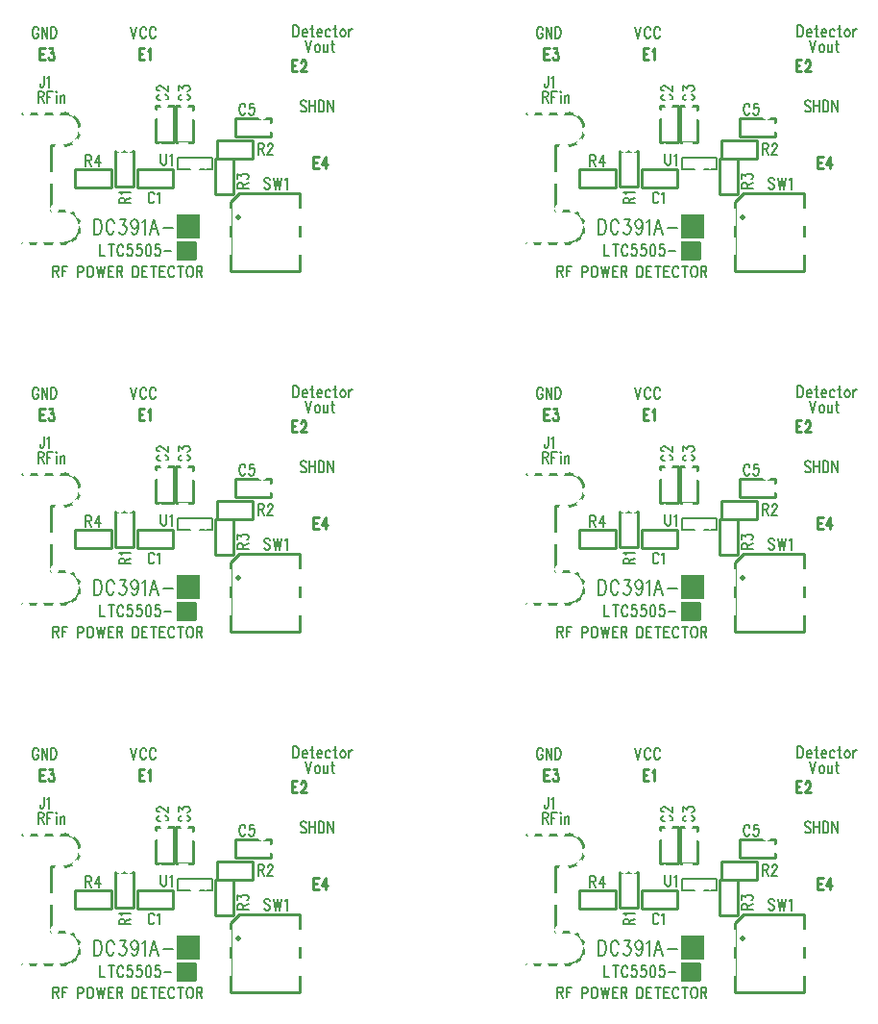
<source format=gbr>
*
%FSLAX26Y26*%
%MOIN*%
%ADD10C,0.010000*%
%ADD11C,0.020000*%
%ADD12C,0.008000*%
%ADD13C,0.009000*%
%ADD14R,0.032500X0.048500*%
%ADD15R,0.108500X0.058500*%
%ADD16R,0.048500X0.048500*%
%ADD17R,0.168500X0.038500*%
%ADD18C,0.133500*%
%ADD19C,0.032500*%
%IPPOS*%
%LNcss.gbr*%
%LPD*%
G75*
G36*
X1110000Y617500D02*
Y677500D01*
G02X1112500Y680000I2500J0D01*
G01X1177500D01*
G02X1180000Y677500I0J-2500D01*
G01Y617500D01*
G02X1177500Y615000I-2500J0D01*
G01X1112500D01*
G02X1110000Y617500I0J2500D01*
G37*
G36*
Y692500D02*
G01Y772500D01*
G02X1112500Y775000I2500J0D01*
G01X1187500D01*
G02X1190000Y772500I0J-2500D01*
G01Y692500D01*
G02X1187500Y690000I-2500J0D01*
G01X1112500D01*
G02X1110000Y692500I0J2500D01*
G37*
G54D10*
X973500Y931250D02*
G01X1098500D01*
Y868750D01*
X973500D01*
Y931250D01*
X1037500Y1025000D02*
Y1150000D01*
X1100000D01*
Y1025000D01*
X1037500D01*
X1106250D02*
Y1150000D01*
X1168750D01*
Y1025000D01*
X1106250D01*
X1312500Y1106250D02*
X1437500D01*
Y1043750D01*
X1312500D01*
Y1106250D01*
X961250Y994500D02*
Y869500D01*
X898750D01*
Y994500D01*
X961250D01*
X1375000Y968750D02*
X1250000D01*
Y1031250D01*
X1375000D01*
Y968750D01*
X1306250D02*
Y843750D01*
X1243750D01*
Y968750D01*
X1306250D01*
G54D11*
X1323750Y762500D03*
G54D10*
X1298750Y577500D02*
X1538750D01*
Y847500D01*
X1328750D01*
X1298750Y817500D01*
Y577500D01*
X575000Y675000D02*
X725000D01*
G03X725000Y787490I-6210J56245D01*
Y787500D02*
G01X675000D01*
Y1012500D01*
X725000D01*
G03X725000Y1125000I-6600J56250D01*
G01X575000D01*
X882500Y868750D02*
X757500D01*
Y931250D01*
X882500D01*
Y868750D01*
G54D12*
X1112500Y970000D02*
X1232500D01*
Y930000D01*
X1112500D01*
Y970000D01*
X1032950Y842500D02*
X1031590Y846250D01*
X1028860Y850000D01*
X1026130Y851870D01*
X1020680D01*
X1017950Y850000D01*
X1015220Y846250D01*
X1013860Y842500D01*
X1012500Y836870D01*
Y827500D01*
X1013860Y821870D01*
X1015220Y818120D01*
X1017950Y814370D01*
X1020680Y812500D01*
X1026130D01*
X1028860Y814370D01*
X1031590Y818120D01*
X1032950Y821870D01*
X1045220Y844370D02*
X1047950Y846250D01*
X1052040Y851870D01*
Y812500D01*
X1051240Y1189200D02*
X1047490Y1187840D01*
X1043740Y1185110D01*
X1041870Y1182380D01*
Y1176930D01*
X1043740Y1174200D01*
X1047490Y1171470D01*
X1051240Y1170110D01*
X1056870Y1168750D01*
X1066240D01*
X1071870Y1170110D01*
X1075620Y1171470D01*
X1079370Y1174200D01*
X1081240Y1176930D01*
Y1182380D01*
X1079370Y1185110D01*
X1075620Y1187840D01*
X1071870Y1189200D01*
X1051240Y1202840D02*
X1049370D01*
X1045620Y1204200D01*
X1043740Y1205560D01*
X1041870Y1208290D01*
Y1213750D01*
X1043740Y1216470D01*
X1045620Y1217840D01*
X1049370Y1219200D01*
X1053120D01*
X1056870Y1217840D01*
X1062490Y1215110D01*
X1081240Y1201470D01*
Y1220560D01*
X1126240Y1189200D02*
X1122490Y1187840D01*
X1118740Y1185110D01*
X1116870Y1182380D01*
Y1176930D01*
X1118740Y1174200D01*
X1122490Y1171470D01*
X1126240Y1170110D01*
X1131870Y1168750D01*
X1141240D01*
X1146870Y1170110D01*
X1150620Y1171470D01*
X1154370Y1174200D01*
X1156240Y1176930D01*
Y1182380D01*
X1154370Y1185110D01*
X1150620Y1187840D01*
X1146870Y1189200D01*
X1116870Y1204200D02*
Y1219200D01*
X1131870Y1211020D01*
Y1215110D01*
X1133740Y1217840D01*
X1135620Y1219200D01*
X1141240Y1220560D01*
X1144990D01*
X1150620Y1219200D01*
X1154370Y1216470D01*
X1156240Y1212380D01*
Y1208290D01*
X1154370Y1204200D01*
X1152490Y1202840D01*
X1148740Y1201470D01*
X1348450Y1149000D02*
X1347090Y1152750D01*
X1344360Y1156500D01*
X1341630Y1158370D01*
X1336180D01*
X1333450Y1156500D01*
X1330720Y1152750D01*
X1329360Y1149000D01*
X1328000Y1143370D01*
Y1134000D01*
X1329360Y1128370D01*
X1330720Y1124620D01*
X1333450Y1120870D01*
X1336180Y1119000D01*
X1341630D01*
X1344360Y1120870D01*
X1347090Y1124620D01*
X1348450Y1128370D01*
X1378450Y1158370D02*
X1364810D01*
X1363450Y1141500D01*
X1364810Y1143370D01*
X1368900Y1145250D01*
X1373000D01*
X1377090Y1143370D01*
X1379810Y1139620D01*
X1381180Y1134000D01*
X1379810Y1130250D01*
X1378450Y1124620D01*
X1375720Y1120870D01*
X1371630Y1119000D01*
X1367540D01*
X1363450Y1120870D01*
X1362090Y1122750D01*
X1360720Y1126500D01*
X911620Y813000D02*
X951000D01*
X911620D02*
Y825270D01*
X913500Y829360D01*
X915370Y830720D01*
X919120Y832090D01*
X922870D01*
X926620Y830720D01*
X928500Y829360D01*
X930370Y825270D01*
Y813000D01*
Y822540D02*
X951000Y832090D01*
X919120Y844360D02*
X917250Y847090D01*
X911620Y851180D01*
X951000D01*
X1393750Y1020620D02*
Y981250D01*
Y1020620D02*
X1406020D01*
X1410110Y1018750D01*
X1411470Y1016870D01*
X1412840Y1013120D01*
Y1009370D01*
X1411470Y1005620D01*
X1410110Y1003750D01*
X1406020Y1001870D01*
X1393750D01*
X1403290D02*
X1412840Y981250D01*
X1426470Y1011250D02*
Y1013120D01*
X1427840Y1016870D01*
X1429200Y1018750D01*
X1431930Y1020620D01*
X1437380D01*
X1440110Y1018750D01*
X1441470Y1016870D01*
X1442840Y1013120D01*
Y1009370D01*
X1441470Y1005620D01*
X1438750Y1000000D01*
X1425110Y981250D01*
X1444200D01*
X1320620Y865000D02*
X1360000D01*
X1320620D02*
Y877270D01*
X1322500Y881360D01*
X1324370Y882720D01*
X1328120Y884090D01*
X1331870D01*
X1335620Y882720D01*
X1337500Y881360D01*
X1339370Y877270D01*
Y865000D01*
Y874540D02*
X1360000Y884090D01*
X1320620Y899090D02*
Y914090D01*
X1335620Y905900D01*
Y910000D01*
X1337500Y912720D01*
X1339370Y914090D01*
X1345000Y915450D01*
X1348750D01*
X1354370Y914090D01*
X1358120Y911360D01*
X1360000Y907270D01*
Y903180D01*
X1358120Y899090D01*
X1356250Y897720D01*
X1352500Y896360D01*
X1434090Y895750D02*
X1431360Y899500D01*
X1427270Y901370D01*
X1421810D01*
X1417720Y899500D01*
X1415000Y895750D01*
Y892000D01*
X1416360Y888250D01*
X1417720Y886370D01*
X1420450Y884500D01*
X1428630Y880750D01*
X1431360Y878870D01*
X1432720Y877000D01*
X1434090Y873250D01*
Y867620D01*
X1431360Y863870D01*
X1427270Y862000D01*
X1421810D01*
X1417720Y863870D01*
X1415000Y867620D01*
X1446360Y901370D02*
X1453180Y862000D01*
X1460000Y901370D02*
X1453180Y862000D01*
X1460000Y901370D02*
X1466810Y862000D01*
X1473630Y901370D02*
X1466810Y862000D01*
X1485900Y893870D02*
X1488630Y895750D01*
X1492720Y901370D01*
Y862000D01*
X1055000Y983370D02*
Y955250D01*
X1056360Y949620D01*
X1059090Y945870D01*
X1063180Y944000D01*
X1065900D01*
X1070000Y945870D01*
X1072720Y949620D01*
X1074090Y955250D01*
Y983370D01*
X1086360Y975870D02*
X1089090Y977750D01*
X1093180Y983370D01*
Y944000D01*
X649530Y1253670D02*
Y1223670D01*
X648170Y1218050D01*
X646800Y1216170D01*
X644080Y1214300D01*
X641350D01*
X638620Y1216170D01*
X637260Y1218050D01*
X635890Y1223670D01*
Y1227420D01*
X661800Y1246170D02*
X664530Y1248050D01*
X668620Y1253670D01*
Y1214300D01*
X795000Y979370D02*
Y939990D01*
Y979370D02*
X807270D01*
X811360Y977490D01*
X812720Y975620D01*
X814090Y971870D01*
Y968120D01*
X812720Y964370D01*
X811360Y962490D01*
X807270Y960620D01*
X795000D01*
X804540D02*
X814090Y939990D01*
X840000Y979370D02*
X826360Y953120D01*
X846810D01*
X840000Y979370D02*
Y939990D01*
X1559090Y1163750D02*
X1556360Y1167500D01*
X1552270Y1169370D01*
X1546810D01*
X1542720Y1167500D01*
X1540000Y1163750D01*
Y1160000D01*
X1541360Y1156250D01*
X1542720Y1154370D01*
X1545450Y1152500D01*
X1553630Y1148750D01*
X1556360Y1146870D01*
X1557720Y1145000D01*
X1559090Y1141250D01*
Y1135620D01*
X1556360Y1131870D01*
X1552270Y1130000D01*
X1546810D01*
X1542720Y1131870D01*
X1540000Y1135620D01*
X1571360Y1169370D02*
Y1130000D01*
X1590450Y1169370D02*
Y1130000D01*
X1571360Y1150620D02*
X1590450D01*
X1602720Y1169370D02*
Y1130000D01*
Y1169370D02*
X1612270D01*
X1616360Y1167500D01*
X1619090Y1163750D01*
X1620450Y1160000D01*
X1621810Y1154370D01*
Y1145000D01*
X1620450Y1139370D01*
X1619090Y1135620D01*
X1616360Y1131870D01*
X1612270Y1130000D01*
X1602720D01*
X1634090Y1169370D02*
Y1130000D01*
Y1169370D02*
X1653180Y1130000D01*
Y1169370D02*
Y1130000D01*
X950000Y1424370D02*
X960900Y1385000D01*
X971810Y1424370D02*
X960900Y1385000D01*
X1004540Y1415000D02*
X1003180Y1418750D01*
X1000450Y1422500D01*
X997720Y1424370D01*
X992270D01*
X989540Y1422500D01*
X986810Y1418750D01*
X985450Y1415000D01*
X984090Y1409370D01*
Y1400000D01*
X985450Y1394370D01*
X986810Y1390620D01*
X989540Y1386870D01*
X992270Y1385000D01*
X997720D01*
X1000450Y1386870D01*
X1003180Y1390620D01*
X1004540Y1394370D01*
X1037270Y1415000D02*
X1035900Y1418750D01*
X1033180Y1422500D01*
X1030450Y1424370D01*
X1025000D01*
X1022270Y1422500D01*
X1019540Y1418750D01*
X1018180Y1415000D01*
X1016810Y1409370D01*
Y1400000D01*
X1018180Y1394370D01*
X1019540Y1390620D01*
X1022270Y1386870D01*
X1025000Y1385000D01*
X1030450D01*
X1033180Y1386870D01*
X1035900Y1390620D01*
X1037270Y1394370D01*
X1515000Y1429370D02*
Y1390000D01*
Y1429370D02*
X1524540D01*
X1528630Y1427500D01*
X1531360Y1423750D01*
X1532720Y1420000D01*
X1534090Y1414370D01*
Y1405000D01*
X1532720Y1399370D01*
X1531360Y1395620D01*
X1528630Y1391870D01*
X1524540Y1390000D01*
X1515000D01*
X1546360Y1405000D02*
X1562720D01*
Y1408750D01*
X1561360Y1412500D01*
X1560000Y1414370D01*
X1557270Y1416250D01*
X1553180D01*
X1550450Y1414370D01*
X1547720Y1410620D01*
X1546360Y1405000D01*
Y1401250D01*
X1547720Y1395620D01*
X1550450Y1391870D01*
X1553180Y1390000D01*
X1557270D01*
X1560000Y1391870D01*
X1562720Y1395620D01*
X1579090Y1429370D02*
Y1397500D01*
X1580450Y1391870D01*
X1583180Y1390000D01*
X1585900D01*
X1575000Y1416250D02*
X1584540D01*
X1598180Y1405000D02*
X1614540D01*
Y1408750D01*
X1613180Y1412500D01*
X1611810Y1414370D01*
X1609090Y1416250D01*
X1605000D01*
X1602270Y1414370D01*
X1599540Y1410620D01*
X1598180Y1405000D01*
Y1401250D01*
X1599540Y1395620D01*
X1602270Y1391870D01*
X1605000Y1390000D01*
X1609090D01*
X1611810Y1391870D01*
X1614540Y1395620D01*
X1643180Y1410620D02*
X1640450Y1414370D01*
X1637720Y1416250D01*
X1633630D01*
X1630900Y1414370D01*
X1628180Y1410620D01*
X1626810Y1405000D01*
Y1401250D01*
X1628180Y1395620D01*
X1630900Y1391870D01*
X1633630Y1390000D01*
X1637720D01*
X1640450Y1391870D01*
X1643180Y1395620D01*
X1659540Y1429370D02*
Y1397500D01*
X1660900Y1391870D01*
X1663630Y1390000D01*
X1666360D01*
X1655450Y1416250D02*
X1665000D01*
X1685450D02*
X1682720Y1414370D01*
X1680000Y1410620D01*
X1678630Y1405000D01*
Y1401250D01*
X1680000Y1395620D01*
X1682720Y1391870D01*
X1685450Y1390000D01*
X1689540D01*
X1692270Y1391870D01*
X1695000Y1395620D01*
X1696360Y1401250D01*
Y1405000D01*
X1695000Y1410620D01*
X1692270Y1414370D01*
X1689540Y1416250D01*
X1685450D01*
X1708630D02*
Y1390000D01*
Y1405000D02*
X1710000Y1410620D01*
X1712720Y1414370D01*
X1715450Y1416250D01*
X1719540D01*
X1556000Y1376370D02*
X1566900Y1337000D01*
X1577810Y1376370D02*
X1566900Y1337000D01*
X1596900Y1363250D02*
X1594180Y1361370D01*
X1591450Y1357620D01*
X1590090Y1352000D01*
Y1348250D01*
X1591450Y1342620D01*
X1594180Y1338870D01*
X1596900Y1337000D01*
X1601000D01*
X1603720Y1338870D01*
X1606450Y1342620D01*
X1607810Y1348250D01*
Y1352000D01*
X1606450Y1357620D01*
X1603720Y1361370D01*
X1601000Y1363250D01*
X1596900D01*
X1620090D02*
Y1344500D01*
X1621450Y1338870D01*
X1624180Y1337000D01*
X1628270D01*
X1631000Y1338870D01*
X1635090Y1344500D01*
Y1363250D02*
Y1337000D01*
X1651450Y1376370D02*
Y1344500D01*
X1652810Y1338870D01*
X1655540Y1337000D01*
X1658270D01*
X1647360Y1363250D02*
X1656900D01*
X630450Y1415000D02*
X629090Y1418750D01*
X626360Y1422500D01*
X623630Y1424370D01*
X618180D01*
X615450Y1422500D01*
X612720Y1418750D01*
X611360Y1415000D01*
X610000Y1409370D01*
Y1400000D01*
X611360Y1394370D01*
X612720Y1390620D01*
X615450Y1386870D01*
X618180Y1385000D01*
X623630D01*
X626360Y1386870D01*
X629090Y1390620D01*
X630450Y1394370D01*
Y1400000D01*
X623630D02*
X630450D01*
X642720Y1424370D02*
Y1385000D01*
Y1424370D02*
X661810Y1385000D01*
Y1424370D02*
Y1385000D01*
X674090Y1424370D02*
Y1385000D01*
Y1424370D02*
X683630D01*
X687720Y1422500D01*
X690450Y1418750D01*
X691810Y1415000D01*
X693180Y1409370D01*
Y1400000D01*
X691810Y1394370D01*
X690450Y1390620D01*
X687720Y1386870D01*
X683630Y1385000D01*
X674090D01*
X630000Y1200370D02*
Y1161000D01*
Y1200370D02*
X642270D01*
X646360Y1198500D01*
X647720Y1196620D01*
X649090Y1192870D01*
Y1189120D01*
X647720Y1185370D01*
X646360Y1183500D01*
X642270Y1181620D01*
X630000D01*
X639540D02*
X649090Y1161000D01*
X661360Y1200370D02*
Y1161000D01*
Y1200370D02*
X679090D01*
X661360Y1181620D02*
X672270D01*
X691360Y1200370D02*
X692720Y1198500D01*
X694090Y1200370D01*
X692720Y1202250D01*
X691360Y1200370D01*
X692720Y1187250D02*
Y1161000D01*
X706360Y1187250D02*
Y1161000D01*
Y1179750D02*
X710450Y1185370D01*
X713180Y1187250D01*
X717270D01*
X720000Y1185370D01*
X721360Y1179750D01*
Y1161000D01*
X825000Y757500D02*
Y705000D01*
Y757500D02*
X837720D01*
X843180Y755000D01*
X846810Y750000D01*
X848630Y745000D01*
X850450Y737500D01*
Y725000D01*
X848630Y717500D01*
X846810Y712500D01*
X843180Y707500D01*
X837720Y705000D01*
X825000D01*
X894090Y745000D02*
X892270Y750000D01*
X888630Y755000D01*
X885000Y757500D01*
X877720D01*
X874090Y755000D01*
X870450Y750000D01*
X868630Y745000D01*
X866810Y737500D01*
Y725000D01*
X868630Y717500D01*
X870450Y712500D01*
X874090Y707500D01*
X877720Y705000D01*
X885000D01*
X888630Y707500D01*
X892270Y712500D01*
X894090Y717500D01*
X914090Y757500D02*
X934090D01*
X923180Y737500D01*
X928630D01*
X932270Y735000D01*
X934090Y732500D01*
X935900Y725000D01*
Y720000D01*
X934090Y712500D01*
X930450Y707500D01*
X925000Y705000D01*
X919540D01*
X914090Y707500D01*
X912270Y710000D01*
X910450Y715000D01*
X975900Y740000D02*
X974090Y732500D01*
X970450Y727500D01*
X965000Y725000D01*
X963180D01*
X957720Y727500D01*
X954090Y732500D01*
X952270Y740000D01*
Y742500D01*
X954090Y750000D01*
X957720Y755000D01*
X963180Y757500D01*
X965000D01*
X970450Y755000D01*
X974090Y750000D01*
X975900Y740000D01*
Y727500D01*
X974090Y715000D01*
X970450Y707500D01*
X965000Y705000D01*
X961360D01*
X955900Y707500D01*
X954090Y712500D01*
X992270Y747500D02*
X995900Y750000D01*
X1001360Y757500D01*
Y705000D01*
X1032270Y757500D02*
X1017720Y705000D01*
X1032270Y757500D02*
X1046810Y705000D01*
X1023180Y722500D02*
X1041360D01*
X1063180Y727500D02*
X1095900D01*
X845000Y669370D02*
Y630000D01*
X861360D01*
X883180Y669370D02*
Y630000D01*
X873630Y669370D02*
X892720D01*
X925450Y660000D02*
X924090Y663750D01*
X921360Y667500D01*
X918630Y669370D01*
X913180D01*
X910450Y667500D01*
X907720Y663750D01*
X906360Y660000D01*
X905000Y654370D01*
Y645000D01*
X906360Y639370D01*
X907720Y635620D01*
X910450Y631870D01*
X913180Y630000D01*
X918630D01*
X921360Y631870D01*
X924090Y635620D01*
X925450Y639370D01*
X955450Y669370D02*
X941810D01*
X940450Y652500D01*
X941810Y654370D01*
X945900Y656250D01*
X950000D01*
X954090Y654370D01*
X956810Y650620D01*
X958180Y645000D01*
X956810Y641250D01*
X955450Y635620D01*
X952720Y631870D01*
X948630Y630000D01*
X944540D01*
X940450Y631870D01*
X939090Y633750D01*
X937720Y637500D01*
X988180Y669370D02*
X974540D01*
X973180Y652500D01*
X974540Y654370D01*
X978630Y656250D01*
X982720D01*
X986810Y654370D01*
X989540Y650620D01*
X990900Y645000D01*
X989540Y641250D01*
X988180Y635620D01*
X985450Y631870D01*
X981360Y630000D01*
X977270D01*
X973180Y631870D01*
X971810Y633750D01*
X970450Y637500D01*
X1011360Y669370D02*
X1007270Y667500D01*
X1004540Y661870D01*
X1003180Y652500D01*
Y646870D01*
X1004540Y637500D01*
X1007270Y631870D01*
X1011360Y630000D01*
X1014090D01*
X1018180Y631870D01*
X1020900Y637500D01*
X1022270Y646870D01*
Y652500D01*
X1020900Y661870D01*
X1018180Y667500D01*
X1014090Y669370D01*
X1011360D01*
X1052270D02*
X1038630D01*
X1037270Y652500D01*
X1038630Y654370D01*
X1042720Y656250D01*
X1046810D01*
X1050900Y654370D01*
X1053630Y650620D01*
X1055000Y645000D01*
X1053630Y641250D01*
X1052270Y635620D01*
X1049540Y631870D01*
X1045450Y630000D01*
X1041360D01*
X1037270Y631870D01*
X1035900Y633750D01*
X1034540Y637500D01*
X1067270Y646870D02*
X1091810D01*
X682000Y595370D02*
Y556000D01*
Y595370D02*
X694270D01*
X698360Y593500D01*
X699720Y591620D01*
X701090Y587870D01*
Y584120D01*
X699720Y580370D01*
X698360Y578500D01*
X694270Y576620D01*
X682000D01*
X691540D02*
X701090Y556000D01*
X713360Y595370D02*
Y556000D01*
Y595370D02*
X731090D01*
X713360Y576620D02*
X724270D01*
X767900Y595370D02*
Y556000D01*
Y595370D02*
X780180D01*
X784270Y593500D01*
X785630Y591620D01*
X787000Y587870D01*
Y582250D01*
X785630Y578500D01*
X784270Y576620D01*
X780180Y574750D01*
X767900D01*
X807450Y595370D02*
X804720Y593500D01*
X802000Y589750D01*
X800630Y586000D01*
X799270Y580370D01*
Y571000D01*
X800630Y565370D01*
X802000Y561620D01*
X804720Y557870D01*
X807450Y556000D01*
X812900D01*
X815630Y557870D01*
X818360Y561620D01*
X819720Y565370D01*
X821090Y571000D01*
Y580370D01*
X819720Y586000D01*
X818360Y589750D01*
X815630Y593500D01*
X812900Y595370D01*
X807450D01*
X833360D02*
X840180Y556000D01*
X847000Y595370D02*
X840180Y556000D01*
X847000Y595370D02*
X853810Y556000D01*
X860630Y595370D02*
X853810Y556000D01*
X872900Y595370D02*
Y556000D01*
Y595370D02*
X890630D01*
X872900Y576620D02*
X883810D01*
X872900Y556000D02*
X890630D01*
X902900Y595370D02*
Y556000D01*
Y595370D02*
X915180D01*
X919270Y593500D01*
X920630Y591620D01*
X922000Y587870D01*
Y584120D01*
X920630Y580370D01*
X919270Y578500D01*
X915180Y576620D01*
X902900D01*
X912450D02*
X922000Y556000D01*
X958810Y595370D02*
Y556000D01*
Y595370D02*
X968360D01*
X972450Y593500D01*
X975180Y589750D01*
X976540Y586000D01*
X977900Y580370D01*
Y571000D01*
X976540Y565370D01*
X975180Y561620D01*
X972450Y557870D01*
X968360Y556000D01*
X958810D01*
X990180Y595370D02*
Y556000D01*
Y595370D02*
X1007900D01*
X990180Y576620D02*
X1001090D01*
X990180Y556000D02*
X1007900D01*
X1029720Y595370D02*
Y556000D01*
X1020180Y595370D02*
X1039270D01*
X1051540D02*
Y556000D01*
Y595370D02*
X1069270D01*
X1051540Y576620D02*
X1062450D01*
X1051540Y556000D02*
X1069270D01*
X1102000Y586000D02*
X1100630Y589750D01*
X1097900Y593500D01*
X1095180Y595370D01*
X1089720D01*
X1087000Y593500D01*
X1084270Y589750D01*
X1082900Y586000D01*
X1081540Y580370D01*
Y571000D01*
X1082900Y565370D01*
X1084270Y561620D01*
X1087000Y557870D01*
X1089720Y556000D01*
X1095180D01*
X1097900Y557870D01*
X1100630Y561620D01*
X1102000Y565370D01*
X1123810Y595370D02*
Y556000D01*
X1114270Y595370D02*
X1133360D01*
X1153810D02*
X1151090Y593500D01*
X1148360Y589750D01*
X1147000Y586000D01*
X1145630Y580370D01*
Y571000D01*
X1147000Y565370D01*
X1148360Y561620D01*
X1151090Y557870D01*
X1153810Y556000D01*
X1159270D01*
X1162000Y557870D01*
X1164720Y561620D01*
X1166090Y565370D01*
X1167450Y571000D01*
Y580370D01*
X1166090Y586000D01*
X1164720Y589750D01*
X1162000Y593500D01*
X1159270Y595370D01*
X1153810D01*
X1179720D02*
Y556000D01*
Y595370D02*
X1192000D01*
X1196090Y593500D01*
X1197450Y591620D01*
X1198810Y587870D01*
Y584120D01*
X1197450Y580370D01*
X1196090Y578500D01*
X1192000Y576620D01*
X1179720D01*
X1189270D02*
X1198810Y556000D01*
G54D13*
X980000Y1349370D02*
Y1310000D01*
Y1349370D02*
X997720D01*
X980000Y1330620D02*
X990900D01*
X980000Y1310000D02*
X997720D01*
X1010000Y1341870D02*
X1012720Y1343750D01*
X1016810Y1349370D01*
Y1310000D01*
X1510000Y1309370D02*
Y1270000D01*
Y1309370D02*
X1527720D01*
X1510000Y1290620D02*
X1520900D01*
X1510000Y1270000D02*
X1527720D01*
X1541360Y1300000D02*
Y1301870D01*
X1542720Y1305620D01*
X1544090Y1307500D01*
X1546810Y1309370D01*
X1552270D01*
X1555000Y1307500D01*
X1556360Y1305620D01*
X1557720Y1301870D01*
Y1298120D01*
X1556360Y1294370D01*
X1553630Y1288750D01*
X1540000Y1270000D01*
X1559090D01*
X635000Y1349370D02*
Y1310000D01*
Y1349370D02*
X652720D01*
X635000Y1330620D02*
X645900D01*
X635000Y1310000D02*
X652720D01*
X667720Y1349370D02*
X682720D01*
X674540Y1334370D01*
X678630D01*
X681360Y1332500D01*
X682720Y1330620D01*
X684090Y1325000D01*
Y1321250D01*
X682720Y1315620D01*
X680000Y1311870D01*
X675900Y1310000D01*
X671810D01*
X667720Y1311870D01*
X666360Y1313750D01*
X665000Y1317500D01*
X1585000Y974370D02*
Y935000D01*
Y974370D02*
X1602720D01*
X1585000Y955620D02*
X1595900D01*
X1585000Y935000D02*
X1602720D01*
X1628630Y974370D02*
X1615000Y948120D01*
X1635450D01*
X1628630Y974370D02*
Y935000D01*
%LPC*%
G75*
X1628630Y935000D02*
G54D14*
X1135500Y900000D03*
X1172500D03*
X1209500D03*
Y1000000D03*
X1135500D03*
G54D15*
X1248750Y762500D03*
Y662500D03*
X1588750D03*
Y762500D03*
G54D16*
X1004000Y900000D03*
X1068000D03*
X1068750Y1055500D03*
Y1119500D03*
X1137500Y1055500D03*
Y1119500D03*
X1343000Y1075000D03*
X1407000D03*
X930000Y964000D03*
Y900000D03*
X1344500Y1000000D03*
X1280500D03*
X1275000Y938250D03*
Y874250D03*
X852000Y900000D03*
X788000D03*
G54D17*
X637000D03*
G36*
X515750Y760564D02*
X516813Y761769D01*
G02X550000Y776750I33188J-29269D01*
G01X720000D01*
G02X720000Y688250I0J-44250D01*
G01X550000D01*
G02X516813Y703231I0J44250D01*
G01X515750Y704436D01*
Y760564D01*
G37*
G36*
Y1095564D02*
X516813Y1096769D01*
G02X550000Y1111750I33188J-29269D01*
G01X720000D01*
G02X720000Y1023250I0J-44250D01*
G01X550000D01*
G02X516813Y1038231I0J44250D01*
G01X515750Y1039436D01*
Y1095564D01*
G37*
G54D18*
X1100000Y1350000D03*
X1450000D03*
X750000D03*
X1600000Y1050000D03*
G54D19*
X590000Y540000D03*
Y590000D03*
X715000Y540000D03*
X865000D03*
X1015000D03*
X1155000D03*
X1300000D03*
X1440000D03*
X1570000D03*
X1705000D03*
X587500Y662500D03*
X637500D03*
X693750D03*
X743750D03*
X1675000D03*
X781250Y693750D03*
X787500Y737500D03*
X775000Y775000D03*
X1675000Y762500D03*
X637500Y793750D03*
X587500D03*
X737500D03*
X687500D03*
X815000Y795000D03*
X880000D03*
X1035000D03*
X960000D03*
X1100000Y805000D03*
X1140000Y845000D03*
X1700000Y880000D03*
X1137500Y950000D03*
X1209500Y949000D03*
X1172500Y935000D03*
X1331250Y937500D03*
X1700000Y985000D03*
X595000Y1010000D03*
X705000D03*
X650000D03*
X815000Y1005000D03*
X765000Y1020000D03*
X785000Y1065000D03*
X915000Y1005000D03*
X870000D03*
X945000D03*
X1000000D03*
X1055000D03*
X1293750Y1056250D03*
X1443750Y1075000D03*
X590000Y1130000D03*
X695000D03*
X640000D03*
X750000D03*
X920000Y1105000D03*
X1035000Y1120000D03*
X1137500Y1156250D03*
X1068750D03*
X1175000Y1118750D03*
X1285000Y1120000D03*
X1406250Y1118750D03*
X1700000Y1160000D03*
X590000Y1240000D03*
X920000Y1225000D03*
X1285000Y1240000D03*
X590000Y1355000D03*
X920000Y1340000D03*
X1285000Y1360000D03*
X1700000Y1330000D03*
X590000Y1455000D03*
X720000D03*
X845000D03*
X980000D03*
X1145000D03*
X1285000Y1460000D03*
X1395000D03*
X1520000D03*
X1700000D03*
%LPD*%
G75*
X1700000Y1460000D02*
G36*
X1110000Y1867500D02*
Y1927500D01*
G02X1112500Y1930000I2500J0D01*
G01X1177500D01*
G02X1180000Y1927500I0J-2500D01*
G01Y1867500D01*
G02X1177500Y1865000I-2500J0D01*
G01X1112500D01*
G02X1110000Y1867500I0J2500D01*
G37*
G36*
Y1942500D02*
G01Y2022500D01*
G02X1112500Y2025000I2500J0D01*
G01X1187500D01*
G02X1190000Y2022500I0J-2500D01*
G01Y1942500D01*
G02X1187500Y1940000I-2500J0D01*
G01X1112500D01*
G02X1110000Y1942500I0J2500D01*
G37*
G54D10*
X973500Y2181250D02*
G01X1098500D01*
Y2118750D01*
X973500D01*
Y2181250D01*
X1037500Y2275000D02*
Y2400000D01*
X1100000D01*
Y2275000D01*
X1037500D01*
X1106250D02*
Y2400000D01*
X1168750D01*
Y2275000D01*
X1106250D01*
X1312500Y2356250D02*
X1437500D01*
Y2293750D01*
X1312500D01*
Y2356250D01*
X961250Y2244500D02*
Y2119500D01*
X898750D01*
Y2244500D01*
X961250D01*
X1375000Y2218750D02*
X1250000D01*
Y2281250D01*
X1375000D01*
Y2218750D01*
X1306250D02*
Y2093750D01*
X1243750D01*
Y2218750D01*
X1306250D01*
G54D11*
X1323750Y2012500D03*
G54D10*
X1298750Y1827500D02*
X1538750D01*
Y2097500D01*
X1328750D01*
X1298750Y2067500D01*
Y1827500D01*
X575000Y1925000D02*
X725000D01*
G03X725000Y2037490I-6210J56245D01*
Y2037500D02*
G01X675000D01*
Y2262500D01*
X725000D01*
G03X725000Y2375000I-6600J56250D01*
G01X575000D01*
X882500Y2118750D02*
X757500D01*
Y2181250D01*
X882500D01*
Y2118750D01*
G54D12*
X1112500Y2220000D02*
X1232500D01*
Y2180000D01*
X1112500D01*
Y2220000D01*
X1032950Y2092500D02*
X1031590Y2096250D01*
X1028860Y2100000D01*
X1026130Y2101870D01*
X1020680D01*
X1017950Y2100000D01*
X1015220Y2096250D01*
X1013860Y2092500D01*
X1012500Y2086870D01*
Y2077500D01*
X1013860Y2071870D01*
X1015220Y2068120D01*
X1017950Y2064370D01*
X1020680Y2062500D01*
X1026130D01*
X1028860Y2064370D01*
X1031590Y2068120D01*
X1032950Y2071870D01*
X1045220Y2094370D02*
X1047950Y2096250D01*
X1052040Y2101870D01*
Y2062500D01*
X1051240Y2439200D02*
X1047490Y2437840D01*
X1043740Y2435110D01*
X1041870Y2432380D01*
Y2426930D01*
X1043740Y2424200D01*
X1047490Y2421470D01*
X1051240Y2420110D01*
X1056870Y2418750D01*
X1066240D01*
X1071870Y2420110D01*
X1075620Y2421470D01*
X1079370Y2424200D01*
X1081240Y2426930D01*
Y2432380D01*
X1079370Y2435110D01*
X1075620Y2437840D01*
X1071870Y2439200D01*
X1051240Y2452840D02*
X1049370D01*
X1045620Y2454200D01*
X1043740Y2455560D01*
X1041870Y2458290D01*
Y2463750D01*
X1043740Y2466470D01*
X1045620Y2467840D01*
X1049370Y2469200D01*
X1053120D01*
X1056870Y2467840D01*
X1062490Y2465110D01*
X1081240Y2451470D01*
Y2470560D01*
X1126240Y2439200D02*
X1122490Y2437840D01*
X1118740Y2435110D01*
X1116870Y2432380D01*
Y2426930D01*
X1118740Y2424200D01*
X1122490Y2421470D01*
X1126240Y2420110D01*
X1131870Y2418750D01*
X1141240D01*
X1146870Y2420110D01*
X1150620Y2421470D01*
X1154370Y2424200D01*
X1156240Y2426930D01*
Y2432380D01*
X1154370Y2435110D01*
X1150620Y2437840D01*
X1146870Y2439200D01*
X1116870Y2454200D02*
Y2469200D01*
X1131870Y2461020D01*
Y2465110D01*
X1133740Y2467840D01*
X1135620Y2469200D01*
X1141240Y2470560D01*
X1144990D01*
X1150620Y2469200D01*
X1154370Y2466470D01*
X1156240Y2462380D01*
Y2458290D01*
X1154370Y2454200D01*
X1152490Y2452840D01*
X1148740Y2451470D01*
X1348450Y2399000D02*
X1347090Y2402750D01*
X1344360Y2406500D01*
X1341630Y2408370D01*
X1336180D01*
X1333450Y2406500D01*
X1330720Y2402750D01*
X1329360Y2399000D01*
X1328000Y2393370D01*
Y2384000D01*
X1329360Y2378370D01*
X1330720Y2374620D01*
X1333450Y2370870D01*
X1336180Y2369000D01*
X1341630D01*
X1344360Y2370870D01*
X1347090Y2374620D01*
X1348450Y2378370D01*
X1378450Y2408370D02*
X1364810D01*
X1363450Y2391500D01*
X1364810Y2393370D01*
X1368900Y2395250D01*
X1373000D01*
X1377090Y2393370D01*
X1379810Y2389620D01*
X1381180Y2384000D01*
X1379810Y2380250D01*
X1378450Y2374620D01*
X1375720Y2370870D01*
X1371630Y2369000D01*
X1367540D01*
X1363450Y2370870D01*
X1362090Y2372750D01*
X1360720Y2376500D01*
X911620Y2063000D02*
X951000D01*
X911620D02*
Y2075270D01*
X913500Y2079360D01*
X915370Y2080720D01*
X919120Y2082090D01*
X922870D01*
X926620Y2080720D01*
X928500Y2079360D01*
X930370Y2075270D01*
Y2063000D01*
Y2072540D02*
X951000Y2082090D01*
X919120Y2094360D02*
X917250Y2097090D01*
X911620Y2101180D01*
X951000D01*
X1393750Y2270620D02*
Y2231250D01*
Y2270620D02*
X1406020D01*
X1410110Y2268750D01*
X1411470Y2266870D01*
X1412840Y2263120D01*
Y2259370D01*
X1411470Y2255620D01*
X1410110Y2253750D01*
X1406020Y2251870D01*
X1393750D01*
X1403290D02*
X1412840Y2231250D01*
X1426470Y2261250D02*
Y2263120D01*
X1427840Y2266870D01*
X1429200Y2268750D01*
X1431930Y2270620D01*
X1437380D01*
X1440110Y2268750D01*
X1441470Y2266870D01*
X1442840Y2263120D01*
Y2259370D01*
X1441470Y2255620D01*
X1438750Y2250000D01*
X1425110Y2231250D01*
X1444200D01*
X1320620Y2115000D02*
X1360000D01*
X1320620D02*
Y2127270D01*
X1322500Y2131360D01*
X1324370Y2132720D01*
X1328120Y2134090D01*
X1331870D01*
X1335620Y2132720D01*
X1337500Y2131360D01*
X1339370Y2127270D01*
Y2115000D01*
Y2124540D02*
X1360000Y2134090D01*
X1320620Y2149090D02*
Y2164090D01*
X1335620Y2155900D01*
Y2160000D01*
X1337500Y2162720D01*
X1339370Y2164090D01*
X1345000Y2165450D01*
X1348750D01*
X1354370Y2164090D01*
X1358120Y2161360D01*
X1360000Y2157270D01*
Y2153180D01*
X1358120Y2149090D01*
X1356250Y2147720D01*
X1352500Y2146360D01*
X1434090Y2145750D02*
X1431360Y2149500D01*
X1427270Y2151370D01*
X1421810D01*
X1417720Y2149500D01*
X1415000Y2145750D01*
Y2142000D01*
X1416360Y2138250D01*
X1417720Y2136370D01*
X1420450Y2134500D01*
X1428630Y2130750D01*
X1431360Y2128870D01*
X1432720Y2127000D01*
X1434090Y2123250D01*
Y2117620D01*
X1431360Y2113870D01*
X1427270Y2112000D01*
X1421810D01*
X1417720Y2113870D01*
X1415000Y2117620D01*
X1446360Y2151370D02*
X1453180Y2112000D01*
X1460000Y2151370D02*
X1453180Y2112000D01*
X1460000Y2151370D02*
X1466810Y2112000D01*
X1473630Y2151370D02*
X1466810Y2112000D01*
X1485900Y2143870D02*
X1488630Y2145750D01*
X1492720Y2151370D01*
Y2112000D01*
X1055000Y2233370D02*
Y2205250D01*
X1056360Y2199620D01*
X1059090Y2195870D01*
X1063180Y2194000D01*
X1065900D01*
X1070000Y2195870D01*
X1072720Y2199620D01*
X1074090Y2205250D01*
Y2233370D01*
X1086360Y2225870D02*
X1089090Y2227750D01*
X1093180Y2233370D01*
Y2194000D01*
X649530Y2503670D02*
Y2473670D01*
X648170Y2468050D01*
X646800Y2466170D01*
X644080Y2464300D01*
X641350D01*
X638620Y2466170D01*
X637260Y2468050D01*
X635890Y2473670D01*
Y2477420D01*
X661800Y2496170D02*
X664530Y2498050D01*
X668620Y2503670D01*
Y2464300D01*
X795000Y2229370D02*
Y2189990D01*
Y2229370D02*
X807270D01*
X811360Y2227490D01*
X812720Y2225620D01*
X814090Y2221870D01*
Y2218120D01*
X812720Y2214370D01*
X811360Y2212490D01*
X807270Y2210620D01*
X795000D01*
X804540D02*
X814090Y2189990D01*
X840000Y2229370D02*
X826360Y2203120D01*
X846810D01*
X840000Y2229370D02*
Y2189990D01*
X1559090Y2413750D02*
X1556360Y2417500D01*
X1552270Y2419370D01*
X1546810D01*
X1542720Y2417500D01*
X1540000Y2413750D01*
Y2410000D01*
X1541360Y2406250D01*
X1542720Y2404370D01*
X1545450Y2402500D01*
X1553630Y2398750D01*
X1556360Y2396870D01*
X1557720Y2395000D01*
X1559090Y2391250D01*
Y2385620D01*
X1556360Y2381870D01*
X1552270Y2380000D01*
X1546810D01*
X1542720Y2381870D01*
X1540000Y2385620D01*
X1571360Y2419370D02*
Y2380000D01*
X1590450Y2419370D02*
Y2380000D01*
X1571360Y2400620D02*
X1590450D01*
X1602720Y2419370D02*
Y2380000D01*
Y2419370D02*
X1612270D01*
X1616360Y2417500D01*
X1619090Y2413750D01*
X1620450Y2410000D01*
X1621810Y2404370D01*
Y2395000D01*
X1620450Y2389370D01*
X1619090Y2385620D01*
X1616360Y2381870D01*
X1612270Y2380000D01*
X1602720D01*
X1634090Y2419370D02*
Y2380000D01*
Y2419370D02*
X1653180Y2380000D01*
Y2419370D02*
Y2380000D01*
X950000Y2674370D02*
X960900Y2635000D01*
X971810Y2674370D02*
X960900Y2635000D01*
X1004540Y2665000D02*
X1003180Y2668750D01*
X1000450Y2672500D01*
X997720Y2674370D01*
X992270D01*
X989540Y2672500D01*
X986810Y2668750D01*
X985450Y2665000D01*
X984090Y2659370D01*
Y2650000D01*
X985450Y2644370D01*
X986810Y2640620D01*
X989540Y2636870D01*
X992270Y2635000D01*
X997720D01*
X1000450Y2636870D01*
X1003180Y2640620D01*
X1004540Y2644370D01*
X1037270Y2665000D02*
X1035900Y2668750D01*
X1033180Y2672500D01*
X1030450Y2674370D01*
X1025000D01*
X1022270Y2672500D01*
X1019540Y2668750D01*
X1018180Y2665000D01*
X1016810Y2659370D01*
Y2650000D01*
X1018180Y2644370D01*
X1019540Y2640620D01*
X1022270Y2636870D01*
X1025000Y2635000D01*
X1030450D01*
X1033180Y2636870D01*
X1035900Y2640620D01*
X1037270Y2644370D01*
X1515000Y2679370D02*
Y2640000D01*
Y2679370D02*
X1524540D01*
X1528630Y2677500D01*
X1531360Y2673750D01*
X1532720Y2670000D01*
X1534090Y2664370D01*
Y2655000D01*
X1532720Y2649370D01*
X1531360Y2645620D01*
X1528630Y2641870D01*
X1524540Y2640000D01*
X1515000D01*
X1546360Y2655000D02*
X1562720D01*
Y2658750D01*
X1561360Y2662500D01*
X1560000Y2664370D01*
X1557270Y2666250D01*
X1553180D01*
X1550450Y2664370D01*
X1547720Y2660620D01*
X1546360Y2655000D01*
Y2651250D01*
X1547720Y2645620D01*
X1550450Y2641870D01*
X1553180Y2640000D01*
X1557270D01*
X1560000Y2641870D01*
X1562720Y2645620D01*
X1579090Y2679370D02*
Y2647500D01*
X1580450Y2641870D01*
X1583180Y2640000D01*
X1585900D01*
X1575000Y2666250D02*
X1584540D01*
X1598180Y2655000D02*
X1614540D01*
Y2658750D01*
X1613180Y2662500D01*
X1611810Y2664370D01*
X1609090Y2666250D01*
X1605000D01*
X1602270Y2664370D01*
X1599540Y2660620D01*
X1598180Y2655000D01*
Y2651250D01*
X1599540Y2645620D01*
X1602270Y2641870D01*
X1605000Y2640000D01*
X1609090D01*
X1611810Y2641870D01*
X1614540Y2645620D01*
X1643180Y2660620D02*
X1640450Y2664370D01*
X1637720Y2666250D01*
X1633630D01*
X1630900Y2664370D01*
X1628180Y2660620D01*
X1626810Y2655000D01*
Y2651250D01*
X1628180Y2645620D01*
X1630900Y2641870D01*
X1633630Y2640000D01*
X1637720D01*
X1640450Y2641870D01*
X1643180Y2645620D01*
X1659540Y2679370D02*
Y2647500D01*
X1660900Y2641870D01*
X1663630Y2640000D01*
X1666360D01*
X1655450Y2666250D02*
X1665000D01*
X1685450D02*
X1682720Y2664370D01*
X1680000Y2660620D01*
X1678630Y2655000D01*
Y2651250D01*
X1680000Y2645620D01*
X1682720Y2641870D01*
X1685450Y2640000D01*
X1689540D01*
X1692270Y2641870D01*
X1695000Y2645620D01*
X1696360Y2651250D01*
Y2655000D01*
X1695000Y2660620D01*
X1692270Y2664370D01*
X1689540Y2666250D01*
X1685450D01*
X1708630D02*
Y2640000D01*
Y2655000D02*
X1710000Y2660620D01*
X1712720Y2664370D01*
X1715450Y2666250D01*
X1719540D01*
X1556000Y2626370D02*
X1566900Y2587000D01*
X1577810Y2626370D02*
X1566900Y2587000D01*
X1596900Y2613250D02*
X1594180Y2611370D01*
X1591450Y2607620D01*
X1590090Y2602000D01*
Y2598250D01*
X1591450Y2592620D01*
X1594180Y2588870D01*
X1596900Y2587000D01*
X1601000D01*
X1603720Y2588870D01*
X1606450Y2592620D01*
X1607810Y2598250D01*
Y2602000D01*
X1606450Y2607620D01*
X1603720Y2611370D01*
X1601000Y2613250D01*
X1596900D01*
X1620090D02*
Y2594500D01*
X1621450Y2588870D01*
X1624180Y2587000D01*
X1628270D01*
X1631000Y2588870D01*
X1635090Y2594500D01*
Y2613250D02*
Y2587000D01*
X1651450Y2626370D02*
Y2594500D01*
X1652810Y2588870D01*
X1655540Y2587000D01*
X1658270D01*
X1647360Y2613250D02*
X1656900D01*
X630450Y2665000D02*
X629090Y2668750D01*
X626360Y2672500D01*
X623630Y2674370D01*
X618180D01*
X615450Y2672500D01*
X612720Y2668750D01*
X611360Y2665000D01*
X610000Y2659370D01*
Y2650000D01*
X611360Y2644370D01*
X612720Y2640620D01*
X615450Y2636870D01*
X618180Y2635000D01*
X623630D01*
X626360Y2636870D01*
X629090Y2640620D01*
X630450Y2644370D01*
Y2650000D01*
X623630D02*
X630450D01*
X642720Y2674370D02*
Y2635000D01*
Y2674370D02*
X661810Y2635000D01*
Y2674370D02*
Y2635000D01*
X674090Y2674370D02*
Y2635000D01*
Y2674370D02*
X683630D01*
X687720Y2672500D01*
X690450Y2668750D01*
X691810Y2665000D01*
X693180Y2659370D01*
Y2650000D01*
X691810Y2644370D01*
X690450Y2640620D01*
X687720Y2636870D01*
X683630Y2635000D01*
X674090D01*
X630000Y2450370D02*
Y2411000D01*
Y2450370D02*
X642270D01*
X646360Y2448500D01*
X647720Y2446620D01*
X649090Y2442870D01*
Y2439120D01*
X647720Y2435370D01*
X646360Y2433500D01*
X642270Y2431620D01*
X630000D01*
X639540D02*
X649090Y2411000D01*
X661360Y2450370D02*
Y2411000D01*
Y2450370D02*
X679090D01*
X661360Y2431620D02*
X672270D01*
X691360Y2450370D02*
X692720Y2448500D01*
X694090Y2450370D01*
X692720Y2452250D01*
X691360Y2450370D01*
X692720Y2437250D02*
Y2411000D01*
X706360Y2437250D02*
Y2411000D01*
Y2429750D02*
X710450Y2435370D01*
X713180Y2437250D01*
X717270D01*
X720000Y2435370D01*
X721360Y2429750D01*
Y2411000D01*
X825000Y2007500D02*
Y1955000D01*
Y2007500D02*
X837720D01*
X843180Y2005000D01*
X846810Y2000000D01*
X848630Y1995000D01*
X850450Y1987500D01*
Y1975000D01*
X848630Y1967500D01*
X846810Y1962500D01*
X843180Y1957500D01*
X837720Y1955000D01*
X825000D01*
X894090Y1995000D02*
X892270Y2000000D01*
X888630Y2005000D01*
X885000Y2007500D01*
X877720D01*
X874090Y2005000D01*
X870450Y2000000D01*
X868630Y1995000D01*
X866810Y1987500D01*
Y1975000D01*
X868630Y1967500D01*
X870450Y1962500D01*
X874090Y1957500D01*
X877720Y1955000D01*
X885000D01*
X888630Y1957500D01*
X892270Y1962500D01*
X894090Y1967500D01*
X914090Y2007500D02*
X934090D01*
X923180Y1987500D01*
X928630D01*
X932270Y1985000D01*
X934090Y1982500D01*
X935900Y1975000D01*
Y1970000D01*
X934090Y1962500D01*
X930450Y1957500D01*
X925000Y1955000D01*
X919540D01*
X914090Y1957500D01*
X912270Y1960000D01*
X910450Y1965000D01*
X975900Y1990000D02*
X974090Y1982500D01*
X970450Y1977500D01*
X965000Y1975000D01*
X963180D01*
X957720Y1977500D01*
X954090Y1982500D01*
X952270Y1990000D01*
Y1992500D01*
X954090Y2000000D01*
X957720Y2005000D01*
X963180Y2007500D01*
X965000D01*
X970450Y2005000D01*
X974090Y2000000D01*
X975900Y1990000D01*
Y1977500D01*
X974090Y1965000D01*
X970450Y1957500D01*
X965000Y1955000D01*
X961360D01*
X955900Y1957500D01*
X954090Y1962500D01*
X992270Y1997500D02*
X995900Y2000000D01*
X1001360Y2007500D01*
Y1955000D01*
X1032270Y2007500D02*
X1017720Y1955000D01*
X1032270Y2007500D02*
X1046810Y1955000D01*
X1023180Y1972500D02*
X1041360D01*
X1063180Y1977500D02*
X1095900D01*
X845000Y1919370D02*
Y1880000D01*
X861360D01*
X883180Y1919370D02*
Y1880000D01*
X873630Y1919370D02*
X892720D01*
X925450Y1910000D02*
X924090Y1913750D01*
X921360Y1917500D01*
X918630Y1919370D01*
X913180D01*
X910450Y1917500D01*
X907720Y1913750D01*
X906360Y1910000D01*
X905000Y1904370D01*
Y1895000D01*
X906360Y1889370D01*
X907720Y1885620D01*
X910450Y1881870D01*
X913180Y1880000D01*
X918630D01*
X921360Y1881870D01*
X924090Y1885620D01*
X925450Y1889370D01*
X955450Y1919370D02*
X941810D01*
X940450Y1902500D01*
X941810Y1904370D01*
X945900Y1906250D01*
X950000D01*
X954090Y1904370D01*
X956810Y1900620D01*
X958180Y1895000D01*
X956810Y1891250D01*
X955450Y1885620D01*
X952720Y1881870D01*
X948630Y1880000D01*
X944540D01*
X940450Y1881870D01*
X939090Y1883750D01*
X937720Y1887500D01*
X988180Y1919370D02*
X974540D01*
X973180Y1902500D01*
X974540Y1904370D01*
X978630Y1906250D01*
X982720D01*
X986810Y1904370D01*
X989540Y1900620D01*
X990900Y1895000D01*
X989540Y1891250D01*
X988180Y1885620D01*
X985450Y1881870D01*
X981360Y1880000D01*
X977270D01*
X973180Y1881870D01*
X971810Y1883750D01*
X970450Y1887500D01*
X1011360Y1919370D02*
X1007270Y1917500D01*
X1004540Y1911870D01*
X1003180Y1902500D01*
Y1896870D01*
X1004540Y1887500D01*
X1007270Y1881870D01*
X1011360Y1880000D01*
X1014090D01*
X1018180Y1881870D01*
X1020900Y1887500D01*
X1022270Y1896870D01*
Y1902500D01*
X1020900Y1911870D01*
X1018180Y1917500D01*
X1014090Y1919370D01*
X1011360D01*
X1052270D02*
X1038630D01*
X1037270Y1902500D01*
X1038630Y1904370D01*
X1042720Y1906250D01*
X1046810D01*
X1050900Y1904370D01*
X1053630Y1900620D01*
X1055000Y1895000D01*
X1053630Y1891250D01*
X1052270Y1885620D01*
X1049540Y1881870D01*
X1045450Y1880000D01*
X1041360D01*
X1037270Y1881870D01*
X1035900Y1883750D01*
X1034540Y1887500D01*
X1067270Y1896870D02*
X1091810D01*
X682000Y1845370D02*
Y1806000D01*
Y1845370D02*
X694270D01*
X698360Y1843500D01*
X699720Y1841620D01*
X701090Y1837870D01*
Y1834120D01*
X699720Y1830370D01*
X698360Y1828500D01*
X694270Y1826620D01*
X682000D01*
X691540D02*
X701090Y1806000D01*
X713360Y1845370D02*
Y1806000D01*
Y1845370D02*
X731090D01*
X713360Y1826620D02*
X724270D01*
X767900Y1845370D02*
Y1806000D01*
Y1845370D02*
X780180D01*
X784270Y1843500D01*
X785630Y1841620D01*
X787000Y1837870D01*
Y1832250D01*
X785630Y1828500D01*
X784270Y1826620D01*
X780180Y1824750D01*
X767900D01*
X807450Y1845370D02*
X804720Y1843500D01*
X802000Y1839750D01*
X800630Y1836000D01*
X799270Y1830370D01*
Y1821000D01*
X800630Y1815370D01*
X802000Y1811620D01*
X804720Y1807870D01*
X807450Y1806000D01*
X812900D01*
X815630Y1807870D01*
X818360Y1811620D01*
X819720Y1815370D01*
X821090Y1821000D01*
Y1830370D01*
X819720Y1836000D01*
X818360Y1839750D01*
X815630Y1843500D01*
X812900Y1845370D01*
X807450D01*
X833360D02*
X840180Y1806000D01*
X847000Y1845370D02*
X840180Y1806000D01*
X847000Y1845370D02*
X853810Y1806000D01*
X860630Y1845370D02*
X853810Y1806000D01*
X872900Y1845370D02*
Y1806000D01*
Y1845370D02*
X890630D01*
X872900Y1826620D02*
X883810D01*
X872900Y1806000D02*
X890630D01*
X902900Y1845370D02*
Y1806000D01*
Y1845370D02*
X915180D01*
X919270Y1843500D01*
X920630Y1841620D01*
X922000Y1837870D01*
Y1834120D01*
X920630Y1830370D01*
X919270Y1828500D01*
X915180Y1826620D01*
X902900D01*
X912450D02*
X922000Y1806000D01*
X958810Y1845370D02*
Y1806000D01*
Y1845370D02*
X968360D01*
X972450Y1843500D01*
X975180Y1839750D01*
X976540Y1836000D01*
X977900Y1830370D01*
Y1821000D01*
X976540Y1815370D01*
X975180Y1811620D01*
X972450Y1807870D01*
X968360Y1806000D01*
X958810D01*
X990180Y1845370D02*
Y1806000D01*
Y1845370D02*
X1007900D01*
X990180Y1826620D02*
X1001090D01*
X990180Y1806000D02*
X1007900D01*
X1029720Y1845370D02*
Y1806000D01*
X1020180Y1845370D02*
X1039270D01*
X1051540D02*
Y1806000D01*
Y1845370D02*
X1069270D01*
X1051540Y1826620D02*
X1062450D01*
X1051540Y1806000D02*
X1069270D01*
X1102000Y1836000D02*
X1100630Y1839750D01*
X1097900Y1843500D01*
X1095180Y1845370D01*
X1089720D01*
X1087000Y1843500D01*
X1084270Y1839750D01*
X1082900Y1836000D01*
X1081540Y1830370D01*
Y1821000D01*
X1082900Y1815370D01*
X1084270Y1811620D01*
X1087000Y1807870D01*
X1089720Y1806000D01*
X1095180D01*
X1097900Y1807870D01*
X1100630Y1811620D01*
X1102000Y1815370D01*
X1123810Y1845370D02*
Y1806000D01*
X1114270Y1845370D02*
X1133360D01*
X1153810D02*
X1151090Y1843500D01*
X1148360Y1839750D01*
X1147000Y1836000D01*
X1145630Y1830370D01*
Y1821000D01*
X1147000Y1815370D01*
X1148360Y1811620D01*
X1151090Y1807870D01*
X1153810Y1806000D01*
X1159270D01*
X1162000Y1807870D01*
X1164720Y1811620D01*
X1166090Y1815370D01*
X1167450Y1821000D01*
Y1830370D01*
X1166090Y1836000D01*
X1164720Y1839750D01*
X1162000Y1843500D01*
X1159270Y1845370D01*
X1153810D01*
X1179720D02*
Y1806000D01*
Y1845370D02*
X1192000D01*
X1196090Y1843500D01*
X1197450Y1841620D01*
X1198810Y1837870D01*
Y1834120D01*
X1197450Y1830370D01*
X1196090Y1828500D01*
X1192000Y1826620D01*
X1179720D01*
X1189270D02*
X1198810Y1806000D01*
G54D13*
X980000Y2599370D02*
Y2560000D01*
Y2599370D02*
X997720D01*
X980000Y2580620D02*
X990900D01*
X980000Y2560000D02*
X997720D01*
X1010000Y2591870D02*
X1012720Y2593750D01*
X1016810Y2599370D01*
Y2560000D01*
X1510000Y2559370D02*
Y2520000D01*
Y2559370D02*
X1527720D01*
X1510000Y2540620D02*
X1520900D01*
X1510000Y2520000D02*
X1527720D01*
X1541360Y2550000D02*
Y2551870D01*
X1542720Y2555620D01*
X1544090Y2557500D01*
X1546810Y2559370D01*
X1552270D01*
X1555000Y2557500D01*
X1556360Y2555620D01*
X1557720Y2551870D01*
Y2548120D01*
X1556360Y2544370D01*
X1553630Y2538750D01*
X1540000Y2520000D01*
X1559090D01*
X635000Y2599370D02*
Y2560000D01*
Y2599370D02*
X652720D01*
X635000Y2580620D02*
X645900D01*
X635000Y2560000D02*
X652720D01*
X667720Y2599370D02*
X682720D01*
X674540Y2584370D01*
X678630D01*
X681360Y2582500D01*
X682720Y2580620D01*
X684090Y2575000D01*
Y2571250D01*
X682720Y2565620D01*
X680000Y2561870D01*
X675900Y2560000D01*
X671810D01*
X667720Y2561870D01*
X666360Y2563750D01*
X665000Y2567500D01*
X1585000Y2224370D02*
Y2185000D01*
Y2224370D02*
X1602720D01*
X1585000Y2205620D02*
X1595900D01*
X1585000Y2185000D02*
X1602720D01*
X1628630Y2224370D02*
X1615000Y2198120D01*
X1635450D01*
X1628630Y2224370D02*
Y2185000D01*
%LPC*%
G75*
X1628630Y2185000D02*
G54D14*
X1135500Y2150000D03*
X1172500D03*
X1209500D03*
Y2250000D03*
X1135500D03*
G54D15*
X1248750Y2012500D03*
Y1912500D03*
X1588750D03*
Y2012500D03*
G54D16*
X1004000Y2150000D03*
X1068000D03*
X1068750Y2305500D03*
Y2369500D03*
X1137500Y2305500D03*
Y2369500D03*
X1343000Y2325000D03*
X1407000D03*
X930000Y2214000D03*
Y2150000D03*
X1344500Y2250000D03*
X1280500D03*
X1275000Y2188250D03*
Y2124250D03*
X852000Y2150000D03*
X788000D03*
G54D17*
X637000D03*
G36*
X515750Y2010564D02*
X516813Y2011769D01*
G02X550000Y2026750I33188J-29269D01*
G01X720000D01*
G02X720000Y1938250I0J-44250D01*
G01X550000D01*
G02X516813Y1953231I0J44250D01*
G01X515750Y1954436D01*
Y2010564D01*
G37*
G36*
Y2345564D02*
X516813Y2346769D01*
G02X550000Y2361750I33188J-29269D01*
G01X720000D01*
G02X720000Y2273250I0J-44250D01*
G01X550000D01*
G02X516813Y2288231I0J44250D01*
G01X515750Y2289436D01*
Y2345564D01*
G37*
G54D18*
X1100000Y2600000D03*
X1450000D03*
X750000D03*
X1600000Y2300000D03*
G54D19*
X590000Y1790000D03*
Y1840000D03*
X715000Y1790000D03*
X865000D03*
X1015000D03*
X1155000D03*
X1300000D03*
X1440000D03*
X1570000D03*
X1705000D03*
X587500Y1912500D03*
X637500D03*
X693750D03*
X743750D03*
X1675000D03*
X781250Y1943750D03*
X787500Y1987500D03*
X775000Y2025000D03*
X1675000Y2012500D03*
X637500Y2043750D03*
X587500D03*
X737500D03*
X687500D03*
X815000Y2045000D03*
X880000D03*
X1035000D03*
X960000D03*
X1100000Y2055000D03*
X1140000Y2095000D03*
X1700000Y2130000D03*
X1137500Y2200000D03*
X1209500Y2199000D03*
X1172500Y2185000D03*
X1331250Y2187500D03*
X1700000Y2235000D03*
X595000Y2260000D03*
X705000D03*
X650000D03*
X815000Y2255000D03*
X765000Y2270000D03*
X785000Y2315000D03*
X915000Y2255000D03*
X870000D03*
X945000D03*
X1000000D03*
X1055000D03*
X1293750Y2306250D03*
X1443750Y2325000D03*
X590000Y2380000D03*
X695000D03*
X640000D03*
X750000D03*
X920000Y2355000D03*
X1035000Y2370000D03*
X1137500Y2406250D03*
X1068750D03*
X1175000Y2368750D03*
X1285000Y2370000D03*
X1406250Y2368750D03*
X1700000Y2410000D03*
X590000Y2490000D03*
X920000Y2475000D03*
X1285000Y2490000D03*
X590000Y2605000D03*
X920000Y2590000D03*
X1285000Y2610000D03*
X1700000Y2580000D03*
X590000Y2705000D03*
X720000D03*
X845000D03*
X980000D03*
X1145000D03*
X1285000Y2710000D03*
X1395000D03*
X1520000D03*
X1700000D03*
%LPD*%
G75*
X1700000Y2710000D02*
G36*
X1110000Y3117500D02*
Y3177500D01*
G02X1112500Y3180000I2500J0D01*
G01X1177500D01*
G02X1180000Y3177500I0J-2500D01*
G01Y3117500D01*
G02X1177500Y3115000I-2500J0D01*
G01X1112500D01*
G02X1110000Y3117500I0J2500D01*
G37*
G36*
Y3192500D02*
G01Y3272500D01*
G02X1112500Y3275000I2500J0D01*
G01X1187500D01*
G02X1190000Y3272500I0J-2500D01*
G01Y3192500D01*
G02X1187500Y3190000I-2500J0D01*
G01X1112500D01*
G02X1110000Y3192500I0J2500D01*
G37*
G54D10*
X973500Y3431250D02*
G01X1098500D01*
Y3368750D01*
X973500D01*
Y3431250D01*
X1037500Y3525000D02*
Y3650000D01*
X1100000D01*
Y3525000D01*
X1037500D01*
X1106250D02*
Y3650000D01*
X1168750D01*
Y3525000D01*
X1106250D01*
X1312500Y3606250D02*
X1437500D01*
Y3543750D01*
X1312500D01*
Y3606250D01*
X961250Y3494500D02*
Y3369500D01*
X898750D01*
Y3494500D01*
X961250D01*
X1375000Y3468750D02*
X1250000D01*
Y3531250D01*
X1375000D01*
Y3468750D01*
X1306250D02*
Y3343750D01*
X1243750D01*
Y3468750D01*
X1306250D01*
G54D11*
X1323750Y3262500D03*
G54D10*
X1298750Y3077500D02*
X1538750D01*
Y3347500D01*
X1328750D01*
X1298750Y3317500D01*
Y3077500D01*
X575000Y3175000D02*
X725000D01*
G03X725000Y3287490I-6210J56245D01*
Y3287500D02*
G01X675000D01*
Y3512500D01*
X725000D01*
G03X725000Y3625000I-6600J56250D01*
G01X575000D01*
X882500Y3368750D02*
X757500D01*
Y3431250D01*
X882500D01*
Y3368750D01*
G54D12*
X1112500Y3470000D02*
X1232500D01*
Y3430000D01*
X1112500D01*
Y3470000D01*
X1032950Y3342500D02*
X1031590Y3346250D01*
X1028860Y3350000D01*
X1026130Y3351870D01*
X1020680D01*
X1017950Y3350000D01*
X1015220Y3346250D01*
X1013860Y3342500D01*
X1012500Y3336870D01*
Y3327500D01*
X1013860Y3321870D01*
X1015220Y3318120D01*
X1017950Y3314370D01*
X1020680Y3312500D01*
X1026130D01*
X1028860Y3314370D01*
X1031590Y3318120D01*
X1032950Y3321870D01*
X1045220Y3344370D02*
X1047950Y3346250D01*
X1052040Y3351870D01*
Y3312500D01*
X1051240Y3689200D02*
X1047490Y3687840D01*
X1043740Y3685110D01*
X1041870Y3682380D01*
Y3676930D01*
X1043740Y3674200D01*
X1047490Y3671470D01*
X1051240Y3670110D01*
X1056870Y3668750D01*
X1066240D01*
X1071870Y3670110D01*
X1075620Y3671470D01*
X1079370Y3674200D01*
X1081240Y3676930D01*
Y3682380D01*
X1079370Y3685110D01*
X1075620Y3687840D01*
X1071870Y3689200D01*
X1051240Y3702840D02*
X1049370D01*
X1045620Y3704200D01*
X1043740Y3705560D01*
X1041870Y3708290D01*
Y3713750D01*
X1043740Y3716470D01*
X1045620Y3717840D01*
X1049370Y3719200D01*
X1053120D01*
X1056870Y3717840D01*
X1062490Y3715110D01*
X1081240Y3701470D01*
Y3720560D01*
X1126240Y3689200D02*
X1122490Y3687840D01*
X1118740Y3685110D01*
X1116870Y3682380D01*
Y3676930D01*
X1118740Y3674200D01*
X1122490Y3671470D01*
X1126240Y3670110D01*
X1131870Y3668750D01*
X1141240D01*
X1146870Y3670110D01*
X1150620Y3671470D01*
X1154370Y3674200D01*
X1156240Y3676930D01*
Y3682380D01*
X1154370Y3685110D01*
X1150620Y3687840D01*
X1146870Y3689200D01*
X1116870Y3704200D02*
Y3719200D01*
X1131870Y3711020D01*
Y3715110D01*
X1133740Y3717840D01*
X1135620Y3719200D01*
X1141240Y3720560D01*
X1144990D01*
X1150620Y3719200D01*
X1154370Y3716470D01*
X1156240Y3712380D01*
Y3708290D01*
X1154370Y3704200D01*
X1152490Y3702840D01*
X1148740Y3701470D01*
X1348450Y3649000D02*
X1347090Y3652750D01*
X1344360Y3656500D01*
X1341630Y3658370D01*
X1336180D01*
X1333450Y3656500D01*
X1330720Y3652750D01*
X1329360Y3649000D01*
X1328000Y3643370D01*
Y3634000D01*
X1329360Y3628370D01*
X1330720Y3624620D01*
X1333450Y3620870D01*
X1336180Y3619000D01*
X1341630D01*
X1344360Y3620870D01*
X1347090Y3624620D01*
X1348450Y3628370D01*
X1378450Y3658370D02*
X1364810D01*
X1363450Y3641500D01*
X1364810Y3643370D01*
X1368900Y3645250D01*
X1373000D01*
X1377090Y3643370D01*
X1379810Y3639620D01*
X1381180Y3634000D01*
X1379810Y3630250D01*
X1378450Y3624620D01*
X1375720Y3620870D01*
X1371630Y3619000D01*
X1367540D01*
X1363450Y3620870D01*
X1362090Y3622750D01*
X1360720Y3626500D01*
X911620Y3313000D02*
X951000D01*
X911620D02*
Y3325270D01*
X913500Y3329360D01*
X915370Y3330720D01*
X919120Y3332090D01*
X922870D01*
X926620Y3330720D01*
X928500Y3329360D01*
X930370Y3325270D01*
Y3313000D01*
Y3322540D02*
X951000Y3332090D01*
X919120Y3344360D02*
X917250Y3347090D01*
X911620Y3351180D01*
X951000D01*
X1393750Y3520620D02*
Y3481250D01*
Y3520620D02*
X1406020D01*
X1410110Y3518750D01*
X1411470Y3516870D01*
X1412840Y3513120D01*
Y3509370D01*
X1411470Y3505620D01*
X1410110Y3503750D01*
X1406020Y3501870D01*
X1393750D01*
X1403290D02*
X1412840Y3481250D01*
X1426470Y3511250D02*
Y3513120D01*
X1427840Y3516870D01*
X1429200Y3518750D01*
X1431930Y3520620D01*
X1437380D01*
X1440110Y3518750D01*
X1441470Y3516870D01*
X1442840Y3513120D01*
Y3509370D01*
X1441470Y3505620D01*
X1438750Y3500000D01*
X1425110Y3481250D01*
X1444200D01*
X1320620Y3365000D02*
X1360000D01*
X1320620D02*
Y3377270D01*
X1322500Y3381360D01*
X1324370Y3382720D01*
X1328120Y3384090D01*
X1331870D01*
X1335620Y3382720D01*
X1337500Y3381360D01*
X1339370Y3377270D01*
Y3365000D01*
Y3374540D02*
X1360000Y3384090D01*
X1320620Y3399090D02*
Y3414090D01*
X1335620Y3405900D01*
Y3410000D01*
X1337500Y3412720D01*
X1339370Y3414090D01*
X1345000Y3415450D01*
X1348750D01*
X1354370Y3414090D01*
X1358120Y3411360D01*
X1360000Y3407270D01*
Y3403180D01*
X1358120Y3399090D01*
X1356250Y3397720D01*
X1352500Y3396360D01*
X1434090Y3395750D02*
X1431360Y3399500D01*
X1427270Y3401370D01*
X1421810D01*
X1417720Y3399500D01*
X1415000Y3395750D01*
Y3392000D01*
X1416360Y3388250D01*
X1417720Y3386370D01*
X1420450Y3384500D01*
X1428630Y3380750D01*
X1431360Y3378870D01*
X1432720Y3377000D01*
X1434090Y3373250D01*
Y3367620D01*
X1431360Y3363870D01*
X1427270Y3362000D01*
X1421810D01*
X1417720Y3363870D01*
X1415000Y3367620D01*
X1446360Y3401370D02*
X1453180Y3362000D01*
X1460000Y3401370D02*
X1453180Y3362000D01*
X1460000Y3401370D02*
X1466810Y3362000D01*
X1473630Y3401370D02*
X1466810Y3362000D01*
X1485900Y3393870D02*
X1488630Y3395750D01*
X1492720Y3401370D01*
Y3362000D01*
X1055000Y3483370D02*
Y3455250D01*
X1056360Y3449620D01*
X1059090Y3445870D01*
X1063180Y3444000D01*
X1065900D01*
X1070000Y3445870D01*
X1072720Y3449620D01*
X1074090Y3455250D01*
Y3483370D01*
X1086360Y3475870D02*
X1089090Y3477750D01*
X1093180Y3483370D01*
Y3444000D01*
X649530Y3753670D02*
Y3723670D01*
X648170Y3718050D01*
X646800Y3716170D01*
X644080Y3714300D01*
X641350D01*
X638620Y3716170D01*
X637260Y3718050D01*
X635890Y3723670D01*
Y3727420D01*
X661800Y3746170D02*
X664530Y3748050D01*
X668620Y3753670D01*
Y3714300D01*
X795000Y3479370D02*
Y3439990D01*
Y3479370D02*
X807270D01*
X811360Y3477490D01*
X812720Y3475620D01*
X814090Y3471870D01*
Y3468120D01*
X812720Y3464370D01*
X811360Y3462490D01*
X807270Y3460620D01*
X795000D01*
X804540D02*
X814090Y3439990D01*
X840000Y3479370D02*
X826360Y3453120D01*
X846810D01*
X840000Y3479370D02*
Y3439990D01*
X1559090Y3663750D02*
X1556360Y3667500D01*
X1552270Y3669370D01*
X1546810D01*
X1542720Y3667500D01*
X1540000Y3663750D01*
Y3660000D01*
X1541360Y3656250D01*
X1542720Y3654370D01*
X1545450Y3652500D01*
X1553630Y3648750D01*
X1556360Y3646870D01*
X1557720Y3645000D01*
X1559090Y3641250D01*
Y3635620D01*
X1556360Y3631870D01*
X1552270Y3630000D01*
X1546810D01*
X1542720Y3631870D01*
X1540000Y3635620D01*
X1571360Y3669370D02*
Y3630000D01*
X1590450Y3669370D02*
Y3630000D01*
X1571360Y3650620D02*
X1590450D01*
X1602720Y3669370D02*
Y3630000D01*
Y3669370D02*
X1612270D01*
X1616360Y3667500D01*
X1619090Y3663750D01*
X1620450Y3660000D01*
X1621810Y3654370D01*
Y3645000D01*
X1620450Y3639370D01*
X1619090Y3635620D01*
X1616360Y3631870D01*
X1612270Y3630000D01*
X1602720D01*
X1634090Y3669370D02*
Y3630000D01*
Y3669370D02*
X1653180Y3630000D01*
Y3669370D02*
Y3630000D01*
X950000Y3924370D02*
X960900Y3885000D01*
X971810Y3924370D02*
X960900Y3885000D01*
X1004540Y3915000D02*
X1003180Y3918750D01*
X1000450Y3922500D01*
X997720Y3924370D01*
X992270D01*
X989540Y3922500D01*
X986810Y3918750D01*
X985450Y3915000D01*
X984090Y3909370D01*
Y3900000D01*
X985450Y3894370D01*
X986810Y3890620D01*
X989540Y3886870D01*
X992270Y3885000D01*
X997720D01*
X1000450Y3886870D01*
X1003180Y3890620D01*
X1004540Y3894370D01*
X1037270Y3915000D02*
X1035900Y3918750D01*
X1033180Y3922500D01*
X1030450Y3924370D01*
X1025000D01*
X1022270Y3922500D01*
X1019540Y3918750D01*
X1018180Y3915000D01*
X1016810Y3909370D01*
Y3900000D01*
X1018180Y3894370D01*
X1019540Y3890620D01*
X1022270Y3886870D01*
X1025000Y3885000D01*
X1030450D01*
X1033180Y3886870D01*
X1035900Y3890620D01*
X1037270Y3894370D01*
X1515000Y3929370D02*
Y3890000D01*
Y3929370D02*
X1524540D01*
X1528630Y3927500D01*
X1531360Y3923750D01*
X1532720Y3920000D01*
X1534090Y3914370D01*
Y3905000D01*
X1532720Y3899370D01*
X1531360Y3895620D01*
X1528630Y3891870D01*
X1524540Y3890000D01*
X1515000D01*
X1546360Y3905000D02*
X1562720D01*
Y3908750D01*
X1561360Y3912500D01*
X1560000Y3914370D01*
X1557270Y3916250D01*
X1553180D01*
X1550450Y3914370D01*
X1547720Y3910620D01*
X1546360Y3905000D01*
Y3901250D01*
X1547720Y3895620D01*
X1550450Y3891870D01*
X1553180Y3890000D01*
X1557270D01*
X1560000Y3891870D01*
X1562720Y3895620D01*
X1579090Y3929370D02*
Y3897500D01*
X1580450Y3891870D01*
X1583180Y3890000D01*
X1585900D01*
X1575000Y3916250D02*
X1584540D01*
X1598180Y3905000D02*
X1614540D01*
Y3908750D01*
X1613180Y3912500D01*
X1611810Y3914370D01*
X1609090Y3916250D01*
X1605000D01*
X1602270Y3914370D01*
X1599540Y3910620D01*
X1598180Y3905000D01*
Y3901250D01*
X1599540Y3895620D01*
X1602270Y3891870D01*
X1605000Y3890000D01*
X1609090D01*
X1611810Y3891870D01*
X1614540Y3895620D01*
X1643180Y3910620D02*
X1640450Y3914370D01*
X1637720Y3916250D01*
X1633630D01*
X1630900Y3914370D01*
X1628180Y3910620D01*
X1626810Y3905000D01*
Y3901250D01*
X1628180Y3895620D01*
X1630900Y3891870D01*
X1633630Y3890000D01*
X1637720D01*
X1640450Y3891870D01*
X1643180Y3895620D01*
X1659540Y3929370D02*
Y3897500D01*
X1660900Y3891870D01*
X1663630Y3890000D01*
X1666360D01*
X1655450Y3916250D02*
X1665000D01*
X1685450D02*
X1682720Y3914370D01*
X1680000Y3910620D01*
X1678630Y3905000D01*
Y3901250D01*
X1680000Y3895620D01*
X1682720Y3891870D01*
X1685450Y3890000D01*
X1689540D01*
X1692270Y3891870D01*
X1695000Y3895620D01*
X1696360Y3901250D01*
Y3905000D01*
X1695000Y3910620D01*
X1692270Y3914370D01*
X1689540Y3916250D01*
X1685450D01*
X1708630D02*
Y3890000D01*
Y3905000D02*
X1710000Y3910620D01*
X1712720Y3914370D01*
X1715450Y3916250D01*
X1719540D01*
X1556000Y3876370D02*
X1566900Y3837000D01*
X1577810Y3876370D02*
X1566900Y3837000D01*
X1596900Y3863250D02*
X1594180Y3861370D01*
X1591450Y3857620D01*
X1590090Y3852000D01*
Y3848250D01*
X1591450Y3842620D01*
X1594180Y3838870D01*
X1596900Y3837000D01*
X1601000D01*
X1603720Y3838870D01*
X1606450Y3842620D01*
X1607810Y3848250D01*
Y3852000D01*
X1606450Y3857620D01*
X1603720Y3861370D01*
X1601000Y3863250D01*
X1596900D01*
X1620090D02*
Y3844500D01*
X1621450Y3838870D01*
X1624180Y3837000D01*
X1628270D01*
X1631000Y3838870D01*
X1635090Y3844500D01*
Y3863250D02*
Y3837000D01*
X1651450Y3876370D02*
Y3844500D01*
X1652810Y3838870D01*
X1655540Y3837000D01*
X1658270D01*
X1647360Y3863250D02*
X1656900D01*
X630450Y3915000D02*
X629090Y3918750D01*
X626360Y3922500D01*
X623630Y3924370D01*
X618180D01*
X615450Y3922500D01*
X612720Y3918750D01*
X611360Y3915000D01*
X610000Y3909370D01*
Y3900000D01*
X611360Y3894370D01*
X612720Y3890620D01*
X615450Y3886870D01*
X618180Y3885000D01*
X623630D01*
X626360Y3886870D01*
X629090Y3890620D01*
X630450Y3894370D01*
Y3900000D01*
X623630D02*
X630450D01*
X642720Y3924370D02*
Y3885000D01*
Y3924370D02*
X661810Y3885000D01*
Y3924370D02*
Y3885000D01*
X674090Y3924370D02*
Y3885000D01*
Y3924370D02*
X683630D01*
X687720Y3922500D01*
X690450Y3918750D01*
X691810Y3915000D01*
X693180Y3909370D01*
Y3900000D01*
X691810Y3894370D01*
X690450Y3890620D01*
X687720Y3886870D01*
X683630Y3885000D01*
X674090D01*
X630000Y3700370D02*
Y3661000D01*
Y3700370D02*
X642270D01*
X646360Y3698500D01*
X647720Y3696620D01*
X649090Y3692870D01*
Y3689120D01*
X647720Y3685370D01*
X646360Y3683500D01*
X642270Y3681620D01*
X630000D01*
X639540D02*
X649090Y3661000D01*
X661360Y3700370D02*
Y3661000D01*
Y3700370D02*
X679090D01*
X661360Y3681620D02*
X672270D01*
X691360Y3700370D02*
X692720Y3698500D01*
X694090Y3700370D01*
X692720Y3702250D01*
X691360Y3700370D01*
X692720Y3687250D02*
Y3661000D01*
X706360Y3687250D02*
Y3661000D01*
Y3679750D02*
X710450Y3685370D01*
X713180Y3687250D01*
X717270D01*
X720000Y3685370D01*
X721360Y3679750D01*
Y3661000D01*
X825000Y3257500D02*
Y3205000D01*
Y3257500D02*
X837720D01*
X843180Y3255000D01*
X846810Y3250000D01*
X848630Y3245000D01*
X850450Y3237500D01*
Y3225000D01*
X848630Y3217500D01*
X846810Y3212500D01*
X843180Y3207500D01*
X837720Y3205000D01*
X825000D01*
X894090Y3245000D02*
X892270Y3250000D01*
X888630Y3255000D01*
X885000Y3257500D01*
X877720D01*
X874090Y3255000D01*
X870450Y3250000D01*
X868630Y3245000D01*
X866810Y3237500D01*
Y3225000D01*
X868630Y3217500D01*
X870450Y3212500D01*
X874090Y3207500D01*
X877720Y3205000D01*
X885000D01*
X888630Y3207500D01*
X892270Y3212500D01*
X894090Y3217500D01*
X914090Y3257500D02*
X934090D01*
X923180Y3237500D01*
X928630D01*
X932270Y3235000D01*
X934090Y3232500D01*
X935900Y3225000D01*
Y3220000D01*
X934090Y3212500D01*
X930450Y3207500D01*
X925000Y3205000D01*
X919540D01*
X914090Y3207500D01*
X912270Y3210000D01*
X910450Y3215000D01*
X975900Y3240000D02*
X974090Y3232500D01*
X970450Y3227500D01*
X965000Y3225000D01*
X963180D01*
X957720Y3227500D01*
X954090Y3232500D01*
X952270Y3240000D01*
Y3242500D01*
X954090Y3250000D01*
X957720Y3255000D01*
X963180Y3257500D01*
X965000D01*
X970450Y3255000D01*
X974090Y3250000D01*
X975900Y3240000D01*
Y3227500D01*
X974090Y3215000D01*
X970450Y3207500D01*
X965000Y3205000D01*
X961360D01*
X955900Y3207500D01*
X954090Y3212500D01*
X992270Y3247500D02*
X995900Y3250000D01*
X1001360Y3257500D01*
Y3205000D01*
X1032270Y3257500D02*
X1017720Y3205000D01*
X1032270Y3257500D02*
X1046810Y3205000D01*
X1023180Y3222500D02*
X1041360D01*
X1063180Y3227500D02*
X1095900D01*
X845000Y3169370D02*
Y3130000D01*
X861360D01*
X883180Y3169370D02*
Y3130000D01*
X873630Y3169370D02*
X892720D01*
X925450Y3160000D02*
X924090Y3163750D01*
X921360Y3167500D01*
X918630Y3169370D01*
X913180D01*
X910450Y3167500D01*
X907720Y3163750D01*
X906360Y3160000D01*
X905000Y3154370D01*
Y3145000D01*
X906360Y3139370D01*
X907720Y3135620D01*
X910450Y3131870D01*
X913180Y3130000D01*
X918630D01*
X921360Y3131870D01*
X924090Y3135620D01*
X925450Y3139370D01*
X955450Y3169370D02*
X941810D01*
X940450Y3152500D01*
X941810Y3154370D01*
X945900Y3156250D01*
X950000D01*
X954090Y3154370D01*
X956810Y3150620D01*
X958180Y3145000D01*
X956810Y3141250D01*
X955450Y3135620D01*
X952720Y3131870D01*
X948630Y3130000D01*
X944540D01*
X940450Y3131870D01*
X939090Y3133750D01*
X937720Y3137500D01*
X988180Y3169370D02*
X974540D01*
X973180Y3152500D01*
X974540Y3154370D01*
X978630Y3156250D01*
X982720D01*
X986810Y3154370D01*
X989540Y3150620D01*
X990900Y3145000D01*
X989540Y3141250D01*
X988180Y3135620D01*
X985450Y3131870D01*
X981360Y3130000D01*
X977270D01*
X973180Y3131870D01*
X971810Y3133750D01*
X970450Y3137500D01*
X1011360Y3169370D02*
X1007270Y3167500D01*
X1004540Y3161870D01*
X1003180Y3152500D01*
Y3146870D01*
X1004540Y3137500D01*
X1007270Y3131870D01*
X1011360Y3130000D01*
X1014090D01*
X1018180Y3131870D01*
X1020900Y3137500D01*
X1022270Y3146870D01*
Y3152500D01*
X1020900Y3161870D01*
X1018180Y3167500D01*
X1014090Y3169370D01*
X1011360D01*
X1052270D02*
X1038630D01*
X1037270Y3152500D01*
X1038630Y3154370D01*
X1042720Y3156250D01*
X1046810D01*
X1050900Y3154370D01*
X1053630Y3150620D01*
X1055000Y3145000D01*
X1053630Y3141250D01*
X1052270Y3135620D01*
X1049540Y3131870D01*
X1045450Y3130000D01*
X1041360D01*
X1037270Y3131870D01*
X1035900Y3133750D01*
X1034540Y3137500D01*
X1067270Y3146870D02*
X1091810D01*
X682000Y3095370D02*
Y3056000D01*
Y3095370D02*
X694270D01*
X698360Y3093500D01*
X699720Y3091620D01*
X701090Y3087870D01*
Y3084120D01*
X699720Y3080370D01*
X698360Y3078500D01*
X694270Y3076620D01*
X682000D01*
X691540D02*
X701090Y3056000D01*
X713360Y3095370D02*
Y3056000D01*
Y3095370D02*
X731090D01*
X713360Y3076620D02*
X724270D01*
X767900Y3095370D02*
Y3056000D01*
Y3095370D02*
X780180D01*
X784270Y3093500D01*
X785630Y3091620D01*
X787000Y3087870D01*
Y3082250D01*
X785630Y3078500D01*
X784270Y3076620D01*
X780180Y3074750D01*
X767900D01*
X807450Y3095370D02*
X804720Y3093500D01*
X802000Y3089750D01*
X800630Y3086000D01*
X799270Y3080370D01*
Y3071000D01*
X800630Y3065370D01*
X802000Y3061620D01*
X804720Y3057870D01*
X807450Y3056000D01*
X812900D01*
X815630Y3057870D01*
X818360Y3061620D01*
X819720Y3065370D01*
X821090Y3071000D01*
Y3080370D01*
X819720Y3086000D01*
X818360Y3089750D01*
X815630Y3093500D01*
X812900Y3095370D01*
X807450D01*
X833360D02*
X840180Y3056000D01*
X847000Y3095370D02*
X840180Y3056000D01*
X847000Y3095370D02*
X853810Y3056000D01*
X860630Y3095370D02*
X853810Y3056000D01*
X872900Y3095370D02*
Y3056000D01*
Y3095370D02*
X890630D01*
X872900Y3076620D02*
X883810D01*
X872900Y3056000D02*
X890630D01*
X902900Y3095370D02*
Y3056000D01*
Y3095370D02*
X915180D01*
X919270Y3093500D01*
X920630Y3091620D01*
X922000Y3087870D01*
Y3084120D01*
X920630Y3080370D01*
X919270Y3078500D01*
X915180Y3076620D01*
X902900D01*
X912450D02*
X922000Y3056000D01*
X958810Y3095370D02*
Y3056000D01*
Y3095370D02*
X968360D01*
X972450Y3093500D01*
X975180Y3089750D01*
X976540Y3086000D01*
X977900Y3080370D01*
Y3071000D01*
X976540Y3065370D01*
X975180Y3061620D01*
X972450Y3057870D01*
X968360Y3056000D01*
X958810D01*
X990180Y3095370D02*
Y3056000D01*
Y3095370D02*
X1007900D01*
X990180Y3076620D02*
X1001090D01*
X990180Y3056000D02*
X1007900D01*
X1029720Y3095370D02*
Y3056000D01*
X1020180Y3095370D02*
X1039270D01*
X1051540D02*
Y3056000D01*
Y3095370D02*
X1069270D01*
X1051540Y3076620D02*
X1062450D01*
X1051540Y3056000D02*
X1069270D01*
X1102000Y3086000D02*
X1100630Y3089750D01*
X1097900Y3093500D01*
X1095180Y3095370D01*
X1089720D01*
X1087000Y3093500D01*
X1084270Y3089750D01*
X1082900Y3086000D01*
X1081540Y3080370D01*
Y3071000D01*
X1082900Y3065370D01*
X1084270Y3061620D01*
X1087000Y3057870D01*
X1089720Y3056000D01*
X1095180D01*
X1097900Y3057870D01*
X1100630Y3061620D01*
X1102000Y3065370D01*
X1123810Y3095370D02*
Y3056000D01*
X1114270Y3095370D02*
X1133360D01*
X1153810D02*
X1151090Y3093500D01*
X1148360Y3089750D01*
X1147000Y3086000D01*
X1145630Y3080370D01*
Y3071000D01*
X1147000Y3065370D01*
X1148360Y3061620D01*
X1151090Y3057870D01*
X1153810Y3056000D01*
X1159270D01*
X1162000Y3057870D01*
X1164720Y3061620D01*
X1166090Y3065370D01*
X1167450Y3071000D01*
Y3080370D01*
X1166090Y3086000D01*
X1164720Y3089750D01*
X1162000Y3093500D01*
X1159270Y3095370D01*
X1153810D01*
X1179720D02*
Y3056000D01*
Y3095370D02*
X1192000D01*
X1196090Y3093500D01*
X1197450Y3091620D01*
X1198810Y3087870D01*
Y3084120D01*
X1197450Y3080370D01*
X1196090Y3078500D01*
X1192000Y3076620D01*
X1179720D01*
X1189270D02*
X1198810Y3056000D01*
G54D13*
X980000Y3849370D02*
Y3810000D01*
Y3849370D02*
X997720D01*
X980000Y3830620D02*
X990900D01*
X980000Y3810000D02*
X997720D01*
X1010000Y3841870D02*
X1012720Y3843750D01*
X1016810Y3849370D01*
Y3810000D01*
X1510000Y3809370D02*
Y3770000D01*
Y3809370D02*
X1527720D01*
X1510000Y3790620D02*
X1520900D01*
X1510000Y3770000D02*
X1527720D01*
X1541360Y3800000D02*
Y3801870D01*
X1542720Y3805620D01*
X1544090Y3807500D01*
X1546810Y3809370D01*
X1552270D01*
X1555000Y3807500D01*
X1556360Y3805620D01*
X1557720Y3801870D01*
Y3798120D01*
X1556360Y3794370D01*
X1553630Y3788750D01*
X1540000Y3770000D01*
X1559090D01*
X635000Y3849370D02*
Y3810000D01*
Y3849370D02*
X652720D01*
X635000Y3830620D02*
X645900D01*
X635000Y3810000D02*
X652720D01*
X667720Y3849370D02*
X682720D01*
X674540Y3834370D01*
X678630D01*
X681360Y3832500D01*
X682720Y3830620D01*
X684090Y3825000D01*
Y3821250D01*
X682720Y3815620D01*
X680000Y3811870D01*
X675900Y3810000D01*
X671810D01*
X667720Y3811870D01*
X666360Y3813750D01*
X665000Y3817500D01*
X1585000Y3474370D02*
Y3435000D01*
Y3474370D02*
X1602720D01*
X1585000Y3455620D02*
X1595900D01*
X1585000Y3435000D02*
X1602720D01*
X1628630Y3474370D02*
X1615000Y3448120D01*
X1635450D01*
X1628630Y3474370D02*
Y3435000D01*
%LPC*%
G75*
X1628630Y3435000D02*
G54D14*
X1135500Y3400000D03*
X1172500D03*
X1209500D03*
Y3500000D03*
X1135500D03*
G54D15*
X1248750Y3262500D03*
Y3162500D03*
X1588750D03*
Y3262500D03*
G54D16*
X1004000Y3400000D03*
X1068000D03*
X1068750Y3555500D03*
Y3619500D03*
X1137500Y3555500D03*
Y3619500D03*
X1343000Y3575000D03*
X1407000D03*
X930000Y3464000D03*
Y3400000D03*
X1344500Y3500000D03*
X1280500D03*
X1275000Y3438250D03*
Y3374250D03*
X852000Y3400000D03*
X788000D03*
G54D17*
X637000D03*
G36*
X515750Y3260564D02*
X516813Y3261769D01*
G02X550000Y3276750I33188J-29269D01*
G01X720000D01*
G02X720000Y3188250I0J-44250D01*
G01X550000D01*
G02X516813Y3203231I0J44250D01*
G01X515750Y3204436D01*
Y3260564D01*
G37*
G36*
Y3595564D02*
X516813Y3596769D01*
G02X550000Y3611750I33188J-29269D01*
G01X720000D01*
G02X720000Y3523250I0J-44250D01*
G01X550000D01*
G02X516813Y3538231I0J44250D01*
G01X515750Y3539436D01*
Y3595564D01*
G37*
G54D18*
X1100000Y3850000D03*
X1450000D03*
X750000D03*
X1600000Y3550000D03*
G54D19*
X590000Y3040000D03*
Y3090000D03*
X715000Y3040000D03*
X865000D03*
X1015000D03*
X1155000D03*
X1300000D03*
X1440000D03*
X1570000D03*
X1705000D03*
X587500Y3162500D03*
X637500D03*
X693750D03*
X743750D03*
X1675000D03*
X781250Y3193750D03*
X787500Y3237500D03*
X775000Y3275000D03*
X1675000Y3262500D03*
X637500Y3293750D03*
X587500D03*
X737500D03*
X687500D03*
X815000Y3295000D03*
X880000D03*
X1035000D03*
X960000D03*
X1100000Y3305000D03*
X1140000Y3345000D03*
X1700000Y3380000D03*
X1137500Y3450000D03*
X1209500Y3449000D03*
X1172500Y3435000D03*
X1331250Y3437500D03*
X1700000Y3485000D03*
X595000Y3510000D03*
X705000D03*
X650000D03*
X815000Y3505000D03*
X765000Y3520000D03*
X785000Y3565000D03*
X915000Y3505000D03*
X870000D03*
X945000D03*
X1000000D03*
X1055000D03*
X1293750Y3556250D03*
X1443750Y3575000D03*
X590000Y3630000D03*
X695000D03*
X640000D03*
X750000D03*
X920000Y3605000D03*
X1035000Y3620000D03*
X1137500Y3656250D03*
X1068750D03*
X1175000Y3618750D03*
X1285000Y3620000D03*
X1406250Y3618750D03*
X1700000Y3660000D03*
X590000Y3740000D03*
X920000Y3725000D03*
X1285000Y3740000D03*
X590000Y3855000D03*
X920000Y3840000D03*
X1285000Y3860000D03*
X1700000Y3830000D03*
X590000Y3955000D03*
X720000D03*
X845000D03*
X980000D03*
X1145000D03*
X1285000Y3960000D03*
X1395000D03*
X1520000D03*
X1700000D03*
%LPD*%
G75*
X1700000Y3960000D02*
G36*
X2860000Y617500D02*
Y677500D01*
G02X2862500Y680000I2500J0D01*
G01X2927500D01*
G02X2930000Y677500I0J-2500D01*
G01Y617500D01*
G02X2927500Y615000I-2500J0D01*
G01X2862500D01*
G02X2860000Y617500I0J2500D01*
G37*
G36*
Y692500D02*
G01Y772500D01*
G02X2862500Y775000I2500J0D01*
G01X2937500D01*
G02X2940000Y772500I0J-2500D01*
G01Y692500D01*
G02X2937500Y690000I-2500J0D01*
G01X2862500D01*
G02X2860000Y692500I0J2500D01*
G37*
G54D10*
X2723500Y931250D02*
G01X2848500D01*
Y868750D01*
X2723500D01*
Y931250D01*
X2787500Y1025000D02*
Y1150000D01*
X2850000D01*
Y1025000D01*
X2787500D01*
X2856250D02*
Y1150000D01*
X2918750D01*
Y1025000D01*
X2856250D01*
X3062500Y1106250D02*
X3187500D01*
Y1043750D01*
X3062500D01*
Y1106250D01*
X2711250Y994500D02*
Y869500D01*
X2648750D01*
Y994500D01*
X2711250D01*
X3125000Y968750D02*
X3000000D01*
Y1031250D01*
X3125000D01*
Y968750D01*
X3056250D02*
Y843750D01*
X2993750D01*
Y968750D01*
X3056250D01*
G54D11*
X3073750Y762500D03*
G54D10*
X3048750Y577500D02*
X3288750D01*
Y847500D01*
X3078750D01*
X3048750Y817500D01*
Y577500D01*
X2325000Y675000D02*
X2475000D01*
G03X2475000Y787490I-6210J56245D01*
Y787500D02*
G01X2425000D01*
Y1012500D01*
X2475000D01*
G03X2475000Y1125000I-6600J56250D01*
G01X2325000D01*
X2632500Y868750D02*
X2507500D01*
Y931250D01*
X2632500D01*
Y868750D01*
G54D12*
X2862500Y970000D02*
X2982500D01*
Y930000D01*
X2862500D01*
Y970000D01*
X2782950Y842500D02*
X2781590Y846250D01*
X2778860Y850000D01*
X2776130Y851870D01*
X2770680D01*
X2767950Y850000D01*
X2765220Y846250D01*
X2763860Y842500D01*
X2762500Y836870D01*
Y827500D01*
X2763860Y821870D01*
X2765220Y818120D01*
X2767950Y814370D01*
X2770680Y812500D01*
X2776130D01*
X2778860Y814370D01*
X2781590Y818120D01*
X2782950Y821870D01*
X2795220Y844370D02*
X2797950Y846250D01*
X2802040Y851870D01*
Y812500D01*
X2801240Y1189200D02*
X2797490Y1187840D01*
X2793740Y1185110D01*
X2791870Y1182380D01*
Y1176930D01*
X2793740Y1174200D01*
X2797490Y1171470D01*
X2801240Y1170110D01*
X2806870Y1168750D01*
X2816240D01*
X2821870Y1170110D01*
X2825620Y1171470D01*
X2829370Y1174200D01*
X2831240Y1176930D01*
Y1182380D01*
X2829370Y1185110D01*
X2825620Y1187840D01*
X2821870Y1189200D01*
X2801240Y1202840D02*
X2799370D01*
X2795620Y1204200D01*
X2793740Y1205560D01*
X2791870Y1208290D01*
Y1213750D01*
X2793740Y1216470D01*
X2795620Y1217840D01*
X2799370Y1219200D01*
X2803120D01*
X2806870Y1217840D01*
X2812490Y1215110D01*
X2831240Y1201470D01*
Y1220560D01*
X2876240Y1189200D02*
X2872490Y1187840D01*
X2868740Y1185110D01*
X2866870Y1182380D01*
Y1176930D01*
X2868740Y1174200D01*
X2872490Y1171470D01*
X2876240Y1170110D01*
X2881870Y1168750D01*
X2891240D01*
X2896870Y1170110D01*
X2900620Y1171470D01*
X2904370Y1174200D01*
X2906240Y1176930D01*
Y1182380D01*
X2904370Y1185110D01*
X2900620Y1187840D01*
X2896870Y1189200D01*
X2866870Y1204200D02*
Y1219200D01*
X2881870Y1211020D01*
Y1215110D01*
X2883740Y1217840D01*
X2885620Y1219200D01*
X2891240Y1220560D01*
X2894990D01*
X2900620Y1219200D01*
X2904370Y1216470D01*
X2906240Y1212380D01*
Y1208290D01*
X2904370Y1204200D01*
X2902490Y1202840D01*
X2898740Y1201470D01*
X3098450Y1149000D02*
X3097090Y1152750D01*
X3094360Y1156500D01*
X3091630Y1158370D01*
X3086180D01*
X3083450Y1156500D01*
X3080720Y1152750D01*
X3079360Y1149000D01*
X3078000Y1143370D01*
Y1134000D01*
X3079360Y1128370D01*
X3080720Y1124620D01*
X3083450Y1120870D01*
X3086180Y1119000D01*
X3091630D01*
X3094360Y1120870D01*
X3097090Y1124620D01*
X3098450Y1128370D01*
X3128450Y1158370D02*
X3114810D01*
X3113450Y1141500D01*
X3114810Y1143370D01*
X3118900Y1145250D01*
X3123000D01*
X3127090Y1143370D01*
X3129810Y1139620D01*
X3131180Y1134000D01*
X3129810Y1130250D01*
X3128450Y1124620D01*
X3125720Y1120870D01*
X3121630Y1119000D01*
X3117540D01*
X3113450Y1120870D01*
X3112090Y1122750D01*
X3110720Y1126500D01*
X2661620Y813000D02*
X2701000D01*
X2661620D02*
Y825270D01*
X2663500Y829360D01*
X2665370Y830720D01*
X2669120Y832090D01*
X2672870D01*
X2676620Y830720D01*
X2678500Y829360D01*
X2680370Y825270D01*
Y813000D01*
Y822540D02*
X2701000Y832090D01*
X2669120Y844360D02*
X2667250Y847090D01*
X2661620Y851180D01*
X2701000D01*
X3143750Y1020620D02*
Y981250D01*
Y1020620D02*
X3156020D01*
X3160110Y1018750D01*
X3161470Y1016870D01*
X3162840Y1013120D01*
Y1009370D01*
X3161470Y1005620D01*
X3160110Y1003750D01*
X3156020Y1001870D01*
X3143750D01*
X3153290D02*
X3162840Y981250D01*
X3176470Y1011250D02*
Y1013120D01*
X3177840Y1016870D01*
X3179200Y1018750D01*
X3181930Y1020620D01*
X3187380D01*
X3190110Y1018750D01*
X3191470Y1016870D01*
X3192840Y1013120D01*
Y1009370D01*
X3191470Y1005620D01*
X3188750Y1000000D01*
X3175110Y981250D01*
X3194200D01*
X3070620Y865000D02*
X3110000D01*
X3070620D02*
Y877270D01*
X3072500Y881360D01*
X3074370Y882720D01*
X3078120Y884090D01*
X3081870D01*
X3085620Y882720D01*
X3087500Y881360D01*
X3089370Y877270D01*
Y865000D01*
Y874540D02*
X3110000Y884090D01*
X3070620Y899090D02*
Y914090D01*
X3085620Y905900D01*
Y910000D01*
X3087500Y912720D01*
X3089370Y914090D01*
X3095000Y915450D01*
X3098750D01*
X3104370Y914090D01*
X3108120Y911360D01*
X3110000Y907270D01*
Y903180D01*
X3108120Y899090D01*
X3106250Y897720D01*
X3102500Y896360D01*
X3184090Y895750D02*
X3181360Y899500D01*
X3177270Y901370D01*
X3171810D01*
X3167720Y899500D01*
X3165000Y895750D01*
Y892000D01*
X3166360Y888250D01*
X3167720Y886370D01*
X3170450Y884500D01*
X3178630Y880750D01*
X3181360Y878870D01*
X3182720Y877000D01*
X3184090Y873250D01*
Y867620D01*
X3181360Y863870D01*
X3177270Y862000D01*
X3171810D01*
X3167720Y863870D01*
X3165000Y867620D01*
X3196360Y901370D02*
X3203180Y862000D01*
X3210000Y901370D02*
X3203180Y862000D01*
X3210000Y901370D02*
X3216810Y862000D01*
X3223630Y901370D02*
X3216810Y862000D01*
X3235900Y893870D02*
X3238630Y895750D01*
X3242720Y901370D01*
Y862000D01*
X2805000Y983370D02*
Y955250D01*
X2806360Y949620D01*
X2809090Y945870D01*
X2813180Y944000D01*
X2815900D01*
X2820000Y945870D01*
X2822720Y949620D01*
X2824090Y955250D01*
Y983370D01*
X2836360Y975870D02*
X2839090Y977750D01*
X2843180Y983370D01*
Y944000D01*
X2399530Y1253670D02*
Y1223670D01*
X2398170Y1218050D01*
X2396800Y1216170D01*
X2394080Y1214300D01*
X2391350D01*
X2388620Y1216170D01*
X2387260Y1218050D01*
X2385890Y1223670D01*
Y1227420D01*
X2411800Y1246170D02*
X2414530Y1248050D01*
X2418620Y1253670D01*
Y1214300D01*
X2545000Y979370D02*
Y939990D01*
Y979370D02*
X2557270D01*
X2561360Y977490D01*
X2562720Y975620D01*
X2564090Y971870D01*
Y968120D01*
X2562720Y964370D01*
X2561360Y962490D01*
X2557270Y960620D01*
X2545000D01*
X2554540D02*
X2564090Y939990D01*
X2590000Y979370D02*
X2576360Y953120D01*
X2596810D01*
X2590000Y979370D02*
Y939990D01*
X3309090Y1163750D02*
X3306360Y1167500D01*
X3302270Y1169370D01*
X3296810D01*
X3292720Y1167500D01*
X3290000Y1163750D01*
Y1160000D01*
X3291360Y1156250D01*
X3292720Y1154370D01*
X3295450Y1152500D01*
X3303630Y1148750D01*
X3306360Y1146870D01*
X3307720Y1145000D01*
X3309090Y1141250D01*
Y1135620D01*
X3306360Y1131870D01*
X3302270Y1130000D01*
X3296810D01*
X3292720Y1131870D01*
X3290000Y1135620D01*
X3321360Y1169370D02*
Y1130000D01*
X3340450Y1169370D02*
Y1130000D01*
X3321360Y1150620D02*
X3340450D01*
X3352720Y1169370D02*
Y1130000D01*
Y1169370D02*
X3362270D01*
X3366360Y1167500D01*
X3369090Y1163750D01*
X3370450Y1160000D01*
X3371810Y1154370D01*
Y1145000D01*
X3370450Y1139370D01*
X3369090Y1135620D01*
X3366360Y1131870D01*
X3362270Y1130000D01*
X3352720D01*
X3384090Y1169370D02*
Y1130000D01*
Y1169370D02*
X3403180Y1130000D01*
Y1169370D02*
Y1130000D01*
X2700000Y1424370D02*
X2710900Y1385000D01*
X2721810Y1424370D02*
X2710900Y1385000D01*
X2754540Y1415000D02*
X2753180Y1418750D01*
X2750450Y1422500D01*
X2747720Y1424370D01*
X2742270D01*
X2739540Y1422500D01*
X2736810Y1418750D01*
X2735450Y1415000D01*
X2734090Y1409370D01*
Y1400000D01*
X2735450Y1394370D01*
X2736810Y1390620D01*
X2739540Y1386870D01*
X2742270Y1385000D01*
X2747720D01*
X2750450Y1386870D01*
X2753180Y1390620D01*
X2754540Y1394370D01*
X2787270Y1415000D02*
X2785900Y1418750D01*
X2783180Y1422500D01*
X2780450Y1424370D01*
X2775000D01*
X2772270Y1422500D01*
X2769540Y1418750D01*
X2768180Y1415000D01*
X2766810Y1409370D01*
Y1400000D01*
X2768180Y1394370D01*
X2769540Y1390620D01*
X2772270Y1386870D01*
X2775000Y1385000D01*
X2780450D01*
X2783180Y1386870D01*
X2785900Y1390620D01*
X2787270Y1394370D01*
X3265000Y1429370D02*
Y1390000D01*
Y1429370D02*
X3274540D01*
X3278630Y1427500D01*
X3281360Y1423750D01*
X3282720Y1420000D01*
X3284090Y1414370D01*
Y1405000D01*
X3282720Y1399370D01*
X3281360Y1395620D01*
X3278630Y1391870D01*
X3274540Y1390000D01*
X3265000D01*
X3296360Y1405000D02*
X3312720D01*
Y1408750D01*
X3311360Y1412500D01*
X3310000Y1414370D01*
X3307270Y1416250D01*
X3303180D01*
X3300450Y1414370D01*
X3297720Y1410620D01*
X3296360Y1405000D01*
Y1401250D01*
X3297720Y1395620D01*
X3300450Y1391870D01*
X3303180Y1390000D01*
X3307270D01*
X3310000Y1391870D01*
X3312720Y1395620D01*
X3329090Y1429370D02*
Y1397500D01*
X3330450Y1391870D01*
X3333180Y1390000D01*
X3335900D01*
X3325000Y1416250D02*
X3334540D01*
X3348180Y1405000D02*
X3364540D01*
Y1408750D01*
X3363180Y1412500D01*
X3361810Y1414370D01*
X3359090Y1416250D01*
X3355000D01*
X3352270Y1414370D01*
X3349540Y1410620D01*
X3348180Y1405000D01*
Y1401250D01*
X3349540Y1395620D01*
X3352270Y1391870D01*
X3355000Y1390000D01*
X3359090D01*
X3361810Y1391870D01*
X3364540Y1395620D01*
X3393180Y1410620D02*
X3390450Y1414370D01*
X3387720Y1416250D01*
X3383630D01*
X3380900Y1414370D01*
X3378180Y1410620D01*
X3376810Y1405000D01*
Y1401250D01*
X3378180Y1395620D01*
X3380900Y1391870D01*
X3383630Y1390000D01*
X3387720D01*
X3390450Y1391870D01*
X3393180Y1395620D01*
X3409540Y1429370D02*
Y1397500D01*
X3410900Y1391870D01*
X3413630Y1390000D01*
X3416360D01*
X3405450Y1416250D02*
X3415000D01*
X3435450D02*
X3432720Y1414370D01*
X3430000Y1410620D01*
X3428630Y1405000D01*
Y1401250D01*
X3430000Y1395620D01*
X3432720Y1391870D01*
X3435450Y1390000D01*
X3439540D01*
X3442270Y1391870D01*
X3445000Y1395620D01*
X3446360Y1401250D01*
Y1405000D01*
X3445000Y1410620D01*
X3442270Y1414370D01*
X3439540Y1416250D01*
X3435450D01*
X3458630D02*
Y1390000D01*
Y1405000D02*
X3460000Y1410620D01*
X3462720Y1414370D01*
X3465450Y1416250D01*
X3469540D01*
X3306000Y1376370D02*
X3316900Y1337000D01*
X3327810Y1376370D02*
X3316900Y1337000D01*
X3346900Y1363250D02*
X3344180Y1361370D01*
X3341450Y1357620D01*
X3340090Y1352000D01*
Y1348250D01*
X3341450Y1342620D01*
X3344180Y1338870D01*
X3346900Y1337000D01*
X3351000D01*
X3353720Y1338870D01*
X3356450Y1342620D01*
X3357810Y1348250D01*
Y1352000D01*
X3356450Y1357620D01*
X3353720Y1361370D01*
X3351000Y1363250D01*
X3346900D01*
X3370090D02*
Y1344500D01*
X3371450Y1338870D01*
X3374180Y1337000D01*
X3378270D01*
X3381000Y1338870D01*
X3385090Y1344500D01*
Y1363250D02*
Y1337000D01*
X3401450Y1376370D02*
Y1344500D01*
X3402810Y1338870D01*
X3405540Y1337000D01*
X3408270D01*
X3397360Y1363250D02*
X3406900D01*
X2380450Y1415000D02*
X2379090Y1418750D01*
X2376360Y1422500D01*
X2373630Y1424370D01*
X2368180D01*
X2365450Y1422500D01*
X2362720Y1418750D01*
X2361360Y1415000D01*
X2360000Y1409370D01*
Y1400000D01*
X2361360Y1394370D01*
X2362720Y1390620D01*
X2365450Y1386870D01*
X2368180Y1385000D01*
X2373630D01*
X2376360Y1386870D01*
X2379090Y1390620D01*
X2380450Y1394370D01*
Y1400000D01*
X2373630D02*
X2380450D01*
X2392720Y1424370D02*
Y1385000D01*
Y1424370D02*
X2411810Y1385000D01*
Y1424370D02*
Y1385000D01*
X2424090Y1424370D02*
Y1385000D01*
Y1424370D02*
X2433630D01*
X2437720Y1422500D01*
X2440450Y1418750D01*
X2441810Y1415000D01*
X2443180Y1409370D01*
Y1400000D01*
X2441810Y1394370D01*
X2440450Y1390620D01*
X2437720Y1386870D01*
X2433630Y1385000D01*
X2424090D01*
X2380000Y1200370D02*
Y1161000D01*
Y1200370D02*
X2392270D01*
X2396360Y1198500D01*
X2397720Y1196620D01*
X2399090Y1192870D01*
Y1189120D01*
X2397720Y1185370D01*
X2396360Y1183500D01*
X2392270Y1181620D01*
X2380000D01*
X2389540D02*
X2399090Y1161000D01*
X2411360Y1200370D02*
Y1161000D01*
Y1200370D02*
X2429090D01*
X2411360Y1181620D02*
X2422270D01*
X2441360Y1200370D02*
X2442720Y1198500D01*
X2444090Y1200370D01*
X2442720Y1202250D01*
X2441360Y1200370D01*
X2442720Y1187250D02*
Y1161000D01*
X2456360Y1187250D02*
Y1161000D01*
Y1179750D02*
X2460450Y1185370D01*
X2463180Y1187250D01*
X2467270D01*
X2470000Y1185370D01*
X2471360Y1179750D01*
Y1161000D01*
X2575000Y757500D02*
Y705000D01*
Y757500D02*
X2587720D01*
X2593180Y755000D01*
X2596810Y750000D01*
X2598630Y745000D01*
X2600450Y737500D01*
Y725000D01*
X2598630Y717500D01*
X2596810Y712500D01*
X2593180Y707500D01*
X2587720Y705000D01*
X2575000D01*
X2644090Y745000D02*
X2642270Y750000D01*
X2638630Y755000D01*
X2635000Y757500D01*
X2627720D01*
X2624090Y755000D01*
X2620450Y750000D01*
X2618630Y745000D01*
X2616810Y737500D01*
Y725000D01*
X2618630Y717500D01*
X2620450Y712500D01*
X2624090Y707500D01*
X2627720Y705000D01*
X2635000D01*
X2638630Y707500D01*
X2642270Y712500D01*
X2644090Y717500D01*
X2664090Y757500D02*
X2684090D01*
X2673180Y737500D01*
X2678630D01*
X2682270Y735000D01*
X2684090Y732500D01*
X2685900Y725000D01*
Y720000D01*
X2684090Y712500D01*
X2680450Y707500D01*
X2675000Y705000D01*
X2669540D01*
X2664090Y707500D01*
X2662270Y710000D01*
X2660450Y715000D01*
X2725900Y740000D02*
X2724090Y732500D01*
X2720450Y727500D01*
X2715000Y725000D01*
X2713180D01*
X2707720Y727500D01*
X2704090Y732500D01*
X2702270Y740000D01*
Y742500D01*
X2704090Y750000D01*
X2707720Y755000D01*
X2713180Y757500D01*
X2715000D01*
X2720450Y755000D01*
X2724090Y750000D01*
X2725900Y740000D01*
Y727500D01*
X2724090Y715000D01*
X2720450Y707500D01*
X2715000Y705000D01*
X2711360D01*
X2705900Y707500D01*
X2704090Y712500D01*
X2742270Y747500D02*
X2745900Y750000D01*
X2751360Y757500D01*
Y705000D01*
X2782270Y757500D02*
X2767720Y705000D01*
X2782270Y757500D02*
X2796810Y705000D01*
X2773180Y722500D02*
X2791360D01*
X2813180Y727500D02*
X2845900D01*
X2595000Y669370D02*
Y630000D01*
X2611360D01*
X2633180Y669370D02*
Y630000D01*
X2623630Y669370D02*
X2642720D01*
X2675450Y660000D02*
X2674090Y663750D01*
X2671360Y667500D01*
X2668630Y669370D01*
X2663180D01*
X2660450Y667500D01*
X2657720Y663750D01*
X2656360Y660000D01*
X2655000Y654370D01*
Y645000D01*
X2656360Y639370D01*
X2657720Y635620D01*
X2660450Y631870D01*
X2663180Y630000D01*
X2668630D01*
X2671360Y631870D01*
X2674090Y635620D01*
X2675450Y639370D01*
X2705450Y669370D02*
X2691810D01*
X2690450Y652500D01*
X2691810Y654370D01*
X2695900Y656250D01*
X2700000D01*
X2704090Y654370D01*
X2706810Y650620D01*
X2708180Y645000D01*
X2706810Y641250D01*
X2705450Y635620D01*
X2702720Y631870D01*
X2698630Y630000D01*
X2694540D01*
X2690450Y631870D01*
X2689090Y633750D01*
X2687720Y637500D01*
X2738180Y669370D02*
X2724540D01*
X2723180Y652500D01*
X2724540Y654370D01*
X2728630Y656250D01*
X2732720D01*
X2736810Y654370D01*
X2739540Y650620D01*
X2740900Y645000D01*
X2739540Y641250D01*
X2738180Y635620D01*
X2735450Y631870D01*
X2731360Y630000D01*
X2727270D01*
X2723180Y631870D01*
X2721810Y633750D01*
X2720450Y637500D01*
X2761360Y669370D02*
X2757270Y667500D01*
X2754540Y661870D01*
X2753180Y652500D01*
Y646870D01*
X2754540Y637500D01*
X2757270Y631870D01*
X2761360Y630000D01*
X2764090D01*
X2768180Y631870D01*
X2770900Y637500D01*
X2772270Y646870D01*
Y652500D01*
X2770900Y661870D01*
X2768180Y667500D01*
X2764090Y669370D01*
X2761360D01*
X2802270D02*
X2788630D01*
X2787270Y652500D01*
X2788630Y654370D01*
X2792720Y656250D01*
X2796810D01*
X2800900Y654370D01*
X2803630Y650620D01*
X2805000Y645000D01*
X2803630Y641250D01*
X2802270Y635620D01*
X2799540Y631870D01*
X2795450Y630000D01*
X2791360D01*
X2787270Y631870D01*
X2785900Y633750D01*
X2784540Y637500D01*
X2817270Y646870D02*
X2841810D01*
X2432000Y595370D02*
Y556000D01*
Y595370D02*
X2444270D01*
X2448360Y593500D01*
X2449720Y591620D01*
X2451090Y587870D01*
Y584120D01*
X2449720Y580370D01*
X2448360Y578500D01*
X2444270Y576620D01*
X2432000D01*
X2441540D02*
X2451090Y556000D01*
X2463360Y595370D02*
Y556000D01*
Y595370D02*
X2481090D01*
X2463360Y576620D02*
X2474270D01*
X2517900Y595370D02*
Y556000D01*
Y595370D02*
X2530180D01*
X2534270Y593500D01*
X2535630Y591620D01*
X2537000Y587870D01*
Y582250D01*
X2535630Y578500D01*
X2534270Y576620D01*
X2530180Y574750D01*
X2517900D01*
X2557450Y595370D02*
X2554720Y593500D01*
X2552000Y589750D01*
X2550630Y586000D01*
X2549270Y580370D01*
Y571000D01*
X2550630Y565370D01*
X2552000Y561620D01*
X2554720Y557870D01*
X2557450Y556000D01*
X2562900D01*
X2565630Y557870D01*
X2568360Y561620D01*
X2569720Y565370D01*
X2571090Y571000D01*
Y580370D01*
X2569720Y586000D01*
X2568360Y589750D01*
X2565630Y593500D01*
X2562900Y595370D01*
X2557450D01*
X2583360D02*
X2590180Y556000D01*
X2597000Y595370D02*
X2590180Y556000D01*
X2597000Y595370D02*
X2603810Y556000D01*
X2610630Y595370D02*
X2603810Y556000D01*
X2622900Y595370D02*
Y556000D01*
Y595370D02*
X2640630D01*
X2622900Y576620D02*
X2633810D01*
X2622900Y556000D02*
X2640630D01*
X2652900Y595370D02*
Y556000D01*
Y595370D02*
X2665180D01*
X2669270Y593500D01*
X2670630Y591620D01*
X2672000Y587870D01*
Y584120D01*
X2670630Y580370D01*
X2669270Y578500D01*
X2665180Y576620D01*
X2652900D01*
X2662450D02*
X2672000Y556000D01*
X2708810Y595370D02*
Y556000D01*
Y595370D02*
X2718360D01*
X2722450Y593500D01*
X2725180Y589750D01*
X2726540Y586000D01*
X2727900Y580370D01*
Y571000D01*
X2726540Y565370D01*
X2725180Y561620D01*
X2722450Y557870D01*
X2718360Y556000D01*
X2708810D01*
X2740180Y595370D02*
Y556000D01*
Y595370D02*
X2757900D01*
X2740180Y576620D02*
X2751090D01*
X2740180Y556000D02*
X2757900D01*
X2779720Y595370D02*
Y556000D01*
X2770180Y595370D02*
X2789270D01*
X2801540D02*
Y556000D01*
Y595370D02*
X2819270D01*
X2801540Y576620D02*
X2812450D01*
X2801540Y556000D02*
X2819270D01*
X2852000Y586000D02*
X2850630Y589750D01*
X2847900Y593500D01*
X2845180Y595370D01*
X2839720D01*
X2837000Y593500D01*
X2834270Y589750D01*
X2832900Y586000D01*
X2831540Y580370D01*
Y571000D01*
X2832900Y565370D01*
X2834270Y561620D01*
X2837000Y557870D01*
X2839720Y556000D01*
X2845180D01*
X2847900Y557870D01*
X2850630Y561620D01*
X2852000Y565370D01*
X2873810Y595370D02*
Y556000D01*
X2864270Y595370D02*
X2883360D01*
X2903810D02*
X2901090Y593500D01*
X2898360Y589750D01*
X2897000Y586000D01*
X2895630Y580370D01*
Y571000D01*
X2897000Y565370D01*
X2898360Y561620D01*
X2901090Y557870D01*
X2903810Y556000D01*
X2909270D01*
X2912000Y557870D01*
X2914720Y561620D01*
X2916090Y565370D01*
X2917450Y571000D01*
Y580370D01*
X2916090Y586000D01*
X2914720Y589750D01*
X2912000Y593500D01*
X2909270Y595370D01*
X2903810D01*
X2929720D02*
Y556000D01*
Y595370D02*
X2942000D01*
X2946090Y593500D01*
X2947450Y591620D01*
X2948810Y587870D01*
Y584120D01*
X2947450Y580370D01*
X2946090Y578500D01*
X2942000Y576620D01*
X2929720D01*
X2939270D02*
X2948810Y556000D01*
G54D13*
X2730000Y1349370D02*
Y1310000D01*
Y1349370D02*
X2747720D01*
X2730000Y1330620D02*
X2740900D01*
X2730000Y1310000D02*
X2747720D01*
X2760000Y1341870D02*
X2762720Y1343750D01*
X2766810Y1349370D01*
Y1310000D01*
X3260000Y1309370D02*
Y1270000D01*
Y1309370D02*
X3277720D01*
X3260000Y1290620D02*
X3270900D01*
X3260000Y1270000D02*
X3277720D01*
X3291360Y1300000D02*
Y1301870D01*
X3292720Y1305620D01*
X3294090Y1307500D01*
X3296810Y1309370D01*
X3302270D01*
X3305000Y1307500D01*
X3306360Y1305620D01*
X3307720Y1301870D01*
Y1298120D01*
X3306360Y1294370D01*
X3303630Y1288750D01*
X3290000Y1270000D01*
X3309090D01*
X2385000Y1349370D02*
Y1310000D01*
Y1349370D02*
X2402720D01*
X2385000Y1330620D02*
X2395900D01*
X2385000Y1310000D02*
X2402720D01*
X2417720Y1349370D02*
X2432720D01*
X2424540Y1334370D01*
X2428630D01*
X2431360Y1332500D01*
X2432720Y1330620D01*
X2434090Y1325000D01*
Y1321250D01*
X2432720Y1315620D01*
X2430000Y1311870D01*
X2425900Y1310000D01*
X2421810D01*
X2417720Y1311870D01*
X2416360Y1313750D01*
X2415000Y1317500D01*
X3335000Y974370D02*
Y935000D01*
Y974370D02*
X3352720D01*
X3335000Y955620D02*
X3345900D01*
X3335000Y935000D02*
X3352720D01*
X3378630Y974370D02*
X3365000Y948120D01*
X3385450D01*
X3378630Y974370D02*
Y935000D01*
%LPC*%
G75*
X3378630Y935000D02*
G54D14*
X2885500Y900000D03*
X2922500D03*
X2959500D03*
Y1000000D03*
X2885500D03*
G54D15*
X2998750Y762500D03*
Y662500D03*
X3338750D03*
Y762500D03*
G54D16*
X2754000Y900000D03*
X2818000D03*
X2818750Y1055500D03*
Y1119500D03*
X2887500Y1055500D03*
Y1119500D03*
X3093000Y1075000D03*
X3157000D03*
X2680000Y964000D03*
Y900000D03*
X3094500Y1000000D03*
X3030500D03*
X3025000Y938250D03*
Y874250D03*
X2602000Y900000D03*
X2538000D03*
G54D17*
X2387000D03*
G36*
X2265750Y760564D02*
X2266813Y761769D01*
G02X2300000Y776750I33188J-29269D01*
G01X2470000D01*
G02X2470000Y688250I0J-44250D01*
G01X2300000D01*
G02X2266813Y703231I0J44250D01*
G01X2265750Y704436D01*
Y760564D01*
G37*
G36*
Y1095564D02*
X2266813Y1096769D01*
G02X2300000Y1111750I33188J-29269D01*
G01X2470000D01*
G02X2470000Y1023250I0J-44250D01*
G01X2300000D01*
G02X2266813Y1038231I0J44250D01*
G01X2265750Y1039436D01*
Y1095564D01*
G37*
G54D18*
X2850000Y1350000D03*
X3200000D03*
X2500000D03*
X3350000Y1050000D03*
G54D19*
X2340000Y540000D03*
Y590000D03*
X2465000Y540000D03*
X2615000D03*
X2765000D03*
X2905000D03*
X3050000D03*
X3190000D03*
X3320000D03*
X3455000D03*
X2337500Y662500D03*
X2387500D03*
X2443750D03*
X2493750D03*
X3425000D03*
X2531250Y693750D03*
X2537500Y737500D03*
X2525000Y775000D03*
X3425000Y762500D03*
X2387500Y793750D03*
X2337500D03*
X2487500D03*
X2437500D03*
X2565000Y795000D03*
X2630000D03*
X2785000D03*
X2710000D03*
X2850000Y805000D03*
X2890000Y845000D03*
X3450000Y880000D03*
X2887500Y950000D03*
X2959500Y949000D03*
X2922500Y935000D03*
X3081250Y937500D03*
X3450000Y985000D03*
X2345000Y1010000D03*
X2455000D03*
X2400000D03*
X2565000Y1005000D03*
X2515000Y1020000D03*
X2535000Y1065000D03*
X2665000Y1005000D03*
X2620000D03*
X2695000D03*
X2750000D03*
X2805000D03*
X3043750Y1056250D03*
X3193750Y1075000D03*
X2340000Y1130000D03*
X2445000D03*
X2390000D03*
X2500000D03*
X2670000Y1105000D03*
X2785000Y1120000D03*
X2887500Y1156250D03*
X2818750D03*
X2925000Y1118750D03*
X3035000Y1120000D03*
X3156250Y1118750D03*
X3450000Y1160000D03*
X2340000Y1240000D03*
X2670000Y1225000D03*
X3035000Y1240000D03*
X2340000Y1355000D03*
X2670000Y1340000D03*
X3035000Y1360000D03*
X3450000Y1330000D03*
X2340000Y1455000D03*
X2470000D03*
X2595000D03*
X2730000D03*
X2895000D03*
X3035000Y1460000D03*
X3145000D03*
X3270000D03*
X3450000D03*
%LPD*%
G75*
X3450000Y1460000D02*
G36*
X2860000Y1867500D02*
Y1927500D01*
G02X2862500Y1930000I2500J0D01*
G01X2927500D01*
G02X2930000Y1927500I0J-2500D01*
G01Y1867500D01*
G02X2927500Y1865000I-2500J0D01*
G01X2862500D01*
G02X2860000Y1867500I0J2500D01*
G37*
G36*
Y1942500D02*
G01Y2022500D01*
G02X2862500Y2025000I2500J0D01*
G01X2937500D01*
G02X2940000Y2022500I0J-2500D01*
G01Y1942500D01*
G02X2937500Y1940000I-2500J0D01*
G01X2862500D01*
G02X2860000Y1942500I0J2500D01*
G37*
G54D10*
X2723500Y2181250D02*
G01X2848500D01*
Y2118750D01*
X2723500D01*
Y2181250D01*
X2787500Y2275000D02*
Y2400000D01*
X2850000D01*
Y2275000D01*
X2787500D01*
X2856250D02*
Y2400000D01*
X2918750D01*
Y2275000D01*
X2856250D01*
X3062500Y2356250D02*
X3187500D01*
Y2293750D01*
X3062500D01*
Y2356250D01*
X2711250Y2244500D02*
Y2119500D01*
X2648750D01*
Y2244500D01*
X2711250D01*
X3125000Y2218750D02*
X3000000D01*
Y2281250D01*
X3125000D01*
Y2218750D01*
X3056250D02*
Y2093750D01*
X2993750D01*
Y2218750D01*
X3056250D01*
G54D11*
X3073750Y2012500D03*
G54D10*
X3048750Y1827500D02*
X3288750D01*
Y2097500D01*
X3078750D01*
X3048750Y2067500D01*
Y1827500D01*
X2325000Y1925000D02*
X2475000D01*
G03X2475000Y2037490I-6210J56245D01*
Y2037500D02*
G01X2425000D01*
Y2262500D01*
X2475000D01*
G03X2475000Y2375000I-6600J56250D01*
G01X2325000D01*
X2632500Y2118750D02*
X2507500D01*
Y2181250D01*
X2632500D01*
Y2118750D01*
G54D12*
X2862500Y2220000D02*
X2982500D01*
Y2180000D01*
X2862500D01*
Y2220000D01*
X2782950Y2092500D02*
X2781590Y2096250D01*
X2778860Y2100000D01*
X2776130Y2101870D01*
X2770680D01*
X2767950Y2100000D01*
X2765220Y2096250D01*
X2763860Y2092500D01*
X2762500Y2086870D01*
Y2077500D01*
X2763860Y2071870D01*
X2765220Y2068120D01*
X2767950Y2064370D01*
X2770680Y2062500D01*
X2776130D01*
X2778860Y2064370D01*
X2781590Y2068120D01*
X2782950Y2071870D01*
X2795220Y2094370D02*
X2797950Y2096250D01*
X2802040Y2101870D01*
Y2062500D01*
X2801240Y2439200D02*
X2797490Y2437840D01*
X2793740Y2435110D01*
X2791870Y2432380D01*
Y2426930D01*
X2793740Y2424200D01*
X2797490Y2421470D01*
X2801240Y2420110D01*
X2806870Y2418750D01*
X2816240D01*
X2821870Y2420110D01*
X2825620Y2421470D01*
X2829370Y2424200D01*
X2831240Y2426930D01*
Y2432380D01*
X2829370Y2435110D01*
X2825620Y2437840D01*
X2821870Y2439200D01*
X2801240Y2452840D02*
X2799370D01*
X2795620Y2454200D01*
X2793740Y2455560D01*
X2791870Y2458290D01*
Y2463750D01*
X2793740Y2466470D01*
X2795620Y2467840D01*
X2799370Y2469200D01*
X2803120D01*
X2806870Y2467840D01*
X2812490Y2465110D01*
X2831240Y2451470D01*
Y2470560D01*
X2876240Y2439200D02*
X2872490Y2437840D01*
X2868740Y2435110D01*
X2866870Y2432380D01*
Y2426930D01*
X2868740Y2424200D01*
X2872490Y2421470D01*
X2876240Y2420110D01*
X2881870Y2418750D01*
X2891240D01*
X2896870Y2420110D01*
X2900620Y2421470D01*
X2904370Y2424200D01*
X2906240Y2426930D01*
Y2432380D01*
X2904370Y2435110D01*
X2900620Y2437840D01*
X2896870Y2439200D01*
X2866870Y2454200D02*
Y2469200D01*
X2881870Y2461020D01*
Y2465110D01*
X2883740Y2467840D01*
X2885620Y2469200D01*
X2891240Y2470560D01*
X2894990D01*
X2900620Y2469200D01*
X2904370Y2466470D01*
X2906240Y2462380D01*
Y2458290D01*
X2904370Y2454200D01*
X2902490Y2452840D01*
X2898740Y2451470D01*
X3098450Y2399000D02*
X3097090Y2402750D01*
X3094360Y2406500D01*
X3091630Y2408370D01*
X3086180D01*
X3083450Y2406500D01*
X3080720Y2402750D01*
X3079360Y2399000D01*
X3078000Y2393370D01*
Y2384000D01*
X3079360Y2378370D01*
X3080720Y2374620D01*
X3083450Y2370870D01*
X3086180Y2369000D01*
X3091630D01*
X3094360Y2370870D01*
X3097090Y2374620D01*
X3098450Y2378370D01*
X3128450Y2408370D02*
X3114810D01*
X3113450Y2391500D01*
X3114810Y2393370D01*
X3118900Y2395250D01*
X3123000D01*
X3127090Y2393370D01*
X3129810Y2389620D01*
X3131180Y2384000D01*
X3129810Y2380250D01*
X3128450Y2374620D01*
X3125720Y2370870D01*
X3121630Y2369000D01*
X3117540D01*
X3113450Y2370870D01*
X3112090Y2372750D01*
X3110720Y2376500D01*
X2661620Y2063000D02*
X2701000D01*
X2661620D02*
Y2075270D01*
X2663500Y2079360D01*
X2665370Y2080720D01*
X2669120Y2082090D01*
X2672870D01*
X2676620Y2080720D01*
X2678500Y2079360D01*
X2680370Y2075270D01*
Y2063000D01*
Y2072540D02*
X2701000Y2082090D01*
X2669120Y2094360D02*
X2667250Y2097090D01*
X2661620Y2101180D01*
X2701000D01*
X3143750Y2270620D02*
Y2231250D01*
Y2270620D02*
X3156020D01*
X3160110Y2268750D01*
X3161470Y2266870D01*
X3162840Y2263120D01*
Y2259370D01*
X3161470Y2255620D01*
X3160110Y2253750D01*
X3156020Y2251870D01*
X3143750D01*
X3153290D02*
X3162840Y2231250D01*
X3176470Y2261250D02*
Y2263120D01*
X3177840Y2266870D01*
X3179200Y2268750D01*
X3181930Y2270620D01*
X3187380D01*
X3190110Y2268750D01*
X3191470Y2266870D01*
X3192840Y2263120D01*
Y2259370D01*
X3191470Y2255620D01*
X3188750Y2250000D01*
X3175110Y2231250D01*
X3194200D01*
X3070620Y2115000D02*
X3110000D01*
X3070620D02*
Y2127270D01*
X3072500Y2131360D01*
X3074370Y2132720D01*
X3078120Y2134090D01*
X3081870D01*
X3085620Y2132720D01*
X3087500Y2131360D01*
X3089370Y2127270D01*
Y2115000D01*
Y2124540D02*
X3110000Y2134090D01*
X3070620Y2149090D02*
Y2164090D01*
X3085620Y2155900D01*
Y2160000D01*
X3087500Y2162720D01*
X3089370Y2164090D01*
X3095000Y2165450D01*
X3098750D01*
X3104370Y2164090D01*
X3108120Y2161360D01*
X3110000Y2157270D01*
Y2153180D01*
X3108120Y2149090D01*
X3106250Y2147720D01*
X3102500Y2146360D01*
X3184090Y2145750D02*
X3181360Y2149500D01*
X3177270Y2151370D01*
X3171810D01*
X3167720Y2149500D01*
X3165000Y2145750D01*
Y2142000D01*
X3166360Y2138250D01*
X3167720Y2136370D01*
X3170450Y2134500D01*
X3178630Y2130750D01*
X3181360Y2128870D01*
X3182720Y2127000D01*
X3184090Y2123250D01*
Y2117620D01*
X3181360Y2113870D01*
X3177270Y2112000D01*
X3171810D01*
X3167720Y2113870D01*
X3165000Y2117620D01*
X3196360Y2151370D02*
X3203180Y2112000D01*
X3210000Y2151370D02*
X3203180Y2112000D01*
X3210000Y2151370D02*
X3216810Y2112000D01*
X3223630Y2151370D02*
X3216810Y2112000D01*
X3235900Y2143870D02*
X3238630Y2145750D01*
X3242720Y2151370D01*
Y2112000D01*
X2805000Y2233370D02*
Y2205250D01*
X2806360Y2199620D01*
X2809090Y2195870D01*
X2813180Y2194000D01*
X2815900D01*
X2820000Y2195870D01*
X2822720Y2199620D01*
X2824090Y2205250D01*
Y2233370D01*
X2836360Y2225870D02*
X2839090Y2227750D01*
X2843180Y2233370D01*
Y2194000D01*
X2399530Y2503670D02*
Y2473670D01*
X2398170Y2468050D01*
X2396800Y2466170D01*
X2394080Y2464300D01*
X2391350D01*
X2388620Y2466170D01*
X2387260Y2468050D01*
X2385890Y2473670D01*
Y2477420D01*
X2411800Y2496170D02*
X2414530Y2498050D01*
X2418620Y2503670D01*
Y2464300D01*
X2545000Y2229370D02*
Y2189990D01*
Y2229370D02*
X2557270D01*
X2561360Y2227490D01*
X2562720Y2225620D01*
X2564090Y2221870D01*
Y2218120D01*
X2562720Y2214370D01*
X2561360Y2212490D01*
X2557270Y2210620D01*
X2545000D01*
X2554540D02*
X2564090Y2189990D01*
X2590000Y2229370D02*
X2576360Y2203120D01*
X2596810D01*
X2590000Y2229370D02*
Y2189990D01*
X3309090Y2413750D02*
X3306360Y2417500D01*
X3302270Y2419370D01*
X3296810D01*
X3292720Y2417500D01*
X3290000Y2413750D01*
Y2410000D01*
X3291360Y2406250D01*
X3292720Y2404370D01*
X3295450Y2402500D01*
X3303630Y2398750D01*
X3306360Y2396870D01*
X3307720Y2395000D01*
X3309090Y2391250D01*
Y2385620D01*
X3306360Y2381870D01*
X3302270Y2380000D01*
X3296810D01*
X3292720Y2381870D01*
X3290000Y2385620D01*
X3321360Y2419370D02*
Y2380000D01*
X3340450Y2419370D02*
Y2380000D01*
X3321360Y2400620D02*
X3340450D01*
X3352720Y2419370D02*
Y2380000D01*
Y2419370D02*
X3362270D01*
X3366360Y2417500D01*
X3369090Y2413750D01*
X3370450Y2410000D01*
X3371810Y2404370D01*
Y2395000D01*
X3370450Y2389370D01*
X3369090Y2385620D01*
X3366360Y2381870D01*
X3362270Y2380000D01*
X3352720D01*
X3384090Y2419370D02*
Y2380000D01*
Y2419370D02*
X3403180Y2380000D01*
Y2419370D02*
Y2380000D01*
X2700000Y2674370D02*
X2710900Y2635000D01*
X2721810Y2674370D02*
X2710900Y2635000D01*
X2754540Y2665000D02*
X2753180Y2668750D01*
X2750450Y2672500D01*
X2747720Y2674370D01*
X2742270D01*
X2739540Y2672500D01*
X2736810Y2668750D01*
X2735450Y2665000D01*
X2734090Y2659370D01*
Y2650000D01*
X2735450Y2644370D01*
X2736810Y2640620D01*
X2739540Y2636870D01*
X2742270Y2635000D01*
X2747720D01*
X2750450Y2636870D01*
X2753180Y2640620D01*
X2754540Y2644370D01*
X2787270Y2665000D02*
X2785900Y2668750D01*
X2783180Y2672500D01*
X2780450Y2674370D01*
X2775000D01*
X2772270Y2672500D01*
X2769540Y2668750D01*
X2768180Y2665000D01*
X2766810Y2659370D01*
Y2650000D01*
X2768180Y2644370D01*
X2769540Y2640620D01*
X2772270Y2636870D01*
X2775000Y2635000D01*
X2780450D01*
X2783180Y2636870D01*
X2785900Y2640620D01*
X2787270Y2644370D01*
X3265000Y2679370D02*
Y2640000D01*
Y2679370D02*
X3274540D01*
X3278630Y2677500D01*
X3281360Y2673750D01*
X3282720Y2670000D01*
X3284090Y2664370D01*
Y2655000D01*
X3282720Y2649370D01*
X3281360Y2645620D01*
X3278630Y2641870D01*
X3274540Y2640000D01*
X3265000D01*
X3296360Y2655000D02*
X3312720D01*
Y2658750D01*
X3311360Y2662500D01*
X3310000Y2664370D01*
X3307270Y2666250D01*
X3303180D01*
X3300450Y2664370D01*
X3297720Y2660620D01*
X3296360Y2655000D01*
Y2651250D01*
X3297720Y2645620D01*
X3300450Y2641870D01*
X3303180Y2640000D01*
X3307270D01*
X3310000Y2641870D01*
X3312720Y2645620D01*
X3329090Y2679370D02*
Y2647500D01*
X3330450Y2641870D01*
X3333180Y2640000D01*
X3335900D01*
X3325000Y2666250D02*
X3334540D01*
X3348180Y2655000D02*
X3364540D01*
Y2658750D01*
X3363180Y2662500D01*
X3361810Y2664370D01*
X3359090Y2666250D01*
X3355000D01*
X3352270Y2664370D01*
X3349540Y2660620D01*
X3348180Y2655000D01*
Y2651250D01*
X3349540Y2645620D01*
X3352270Y2641870D01*
X3355000Y2640000D01*
X3359090D01*
X3361810Y2641870D01*
X3364540Y2645620D01*
X3393180Y2660620D02*
X3390450Y2664370D01*
X3387720Y2666250D01*
X3383630D01*
X3380900Y2664370D01*
X3378180Y2660620D01*
X3376810Y2655000D01*
Y2651250D01*
X3378180Y2645620D01*
X3380900Y2641870D01*
X3383630Y2640000D01*
X3387720D01*
X3390450Y2641870D01*
X3393180Y2645620D01*
X3409540Y2679370D02*
Y2647500D01*
X3410900Y2641870D01*
X3413630Y2640000D01*
X3416360D01*
X3405450Y2666250D02*
X3415000D01*
X3435450D02*
X3432720Y2664370D01*
X3430000Y2660620D01*
X3428630Y2655000D01*
Y2651250D01*
X3430000Y2645620D01*
X3432720Y2641870D01*
X3435450Y2640000D01*
X3439540D01*
X3442270Y2641870D01*
X3445000Y2645620D01*
X3446360Y2651250D01*
Y2655000D01*
X3445000Y2660620D01*
X3442270Y2664370D01*
X3439540Y2666250D01*
X3435450D01*
X3458630D02*
Y2640000D01*
Y2655000D02*
X3460000Y2660620D01*
X3462720Y2664370D01*
X3465450Y2666250D01*
X3469540D01*
X3306000Y2626370D02*
X3316900Y2587000D01*
X3327810Y2626370D02*
X3316900Y2587000D01*
X3346900Y2613250D02*
X3344180Y2611370D01*
X3341450Y2607620D01*
X3340090Y2602000D01*
Y2598250D01*
X3341450Y2592620D01*
X3344180Y2588870D01*
X3346900Y2587000D01*
X3351000D01*
X3353720Y2588870D01*
X3356450Y2592620D01*
X3357810Y2598250D01*
Y2602000D01*
X3356450Y2607620D01*
X3353720Y2611370D01*
X3351000Y2613250D01*
X3346900D01*
X3370090D02*
Y2594500D01*
X3371450Y2588870D01*
X3374180Y2587000D01*
X3378270D01*
X3381000Y2588870D01*
X3385090Y2594500D01*
Y2613250D02*
Y2587000D01*
X3401450Y2626370D02*
Y2594500D01*
X3402810Y2588870D01*
X3405540Y2587000D01*
X3408270D01*
X3397360Y2613250D02*
X3406900D01*
X2380450Y2665000D02*
X2379090Y2668750D01*
X2376360Y2672500D01*
X2373630Y2674370D01*
X2368180D01*
X2365450Y2672500D01*
X2362720Y2668750D01*
X2361360Y2665000D01*
X2360000Y2659370D01*
Y2650000D01*
X2361360Y2644370D01*
X2362720Y2640620D01*
X2365450Y2636870D01*
X2368180Y2635000D01*
X2373630D01*
X2376360Y2636870D01*
X2379090Y2640620D01*
X2380450Y2644370D01*
Y2650000D01*
X2373630D02*
X2380450D01*
X2392720Y2674370D02*
Y2635000D01*
Y2674370D02*
X2411810Y2635000D01*
Y2674370D02*
Y2635000D01*
X2424090Y2674370D02*
Y2635000D01*
Y2674370D02*
X2433630D01*
X2437720Y2672500D01*
X2440450Y2668750D01*
X2441810Y2665000D01*
X2443180Y2659370D01*
Y2650000D01*
X2441810Y2644370D01*
X2440450Y2640620D01*
X2437720Y2636870D01*
X2433630Y2635000D01*
X2424090D01*
X2380000Y2450370D02*
Y2411000D01*
Y2450370D02*
X2392270D01*
X2396360Y2448500D01*
X2397720Y2446620D01*
X2399090Y2442870D01*
Y2439120D01*
X2397720Y2435370D01*
X2396360Y2433500D01*
X2392270Y2431620D01*
X2380000D01*
X2389540D02*
X2399090Y2411000D01*
X2411360Y2450370D02*
Y2411000D01*
Y2450370D02*
X2429090D01*
X2411360Y2431620D02*
X2422270D01*
X2441360Y2450370D02*
X2442720Y2448500D01*
X2444090Y2450370D01*
X2442720Y2452250D01*
X2441360Y2450370D01*
X2442720Y2437250D02*
Y2411000D01*
X2456360Y2437250D02*
Y2411000D01*
Y2429750D02*
X2460450Y2435370D01*
X2463180Y2437250D01*
X2467270D01*
X2470000Y2435370D01*
X2471360Y2429750D01*
Y2411000D01*
X2575000Y2007500D02*
Y1955000D01*
Y2007500D02*
X2587720D01*
X2593180Y2005000D01*
X2596810Y2000000D01*
X2598630Y1995000D01*
X2600450Y1987500D01*
Y1975000D01*
X2598630Y1967500D01*
X2596810Y1962500D01*
X2593180Y1957500D01*
X2587720Y1955000D01*
X2575000D01*
X2644090Y1995000D02*
X2642270Y2000000D01*
X2638630Y2005000D01*
X2635000Y2007500D01*
X2627720D01*
X2624090Y2005000D01*
X2620450Y2000000D01*
X2618630Y1995000D01*
X2616810Y1987500D01*
Y1975000D01*
X2618630Y1967500D01*
X2620450Y1962500D01*
X2624090Y1957500D01*
X2627720Y1955000D01*
X2635000D01*
X2638630Y1957500D01*
X2642270Y1962500D01*
X2644090Y1967500D01*
X2664090Y2007500D02*
X2684090D01*
X2673180Y1987500D01*
X2678630D01*
X2682270Y1985000D01*
X2684090Y1982500D01*
X2685900Y1975000D01*
Y1970000D01*
X2684090Y1962500D01*
X2680450Y1957500D01*
X2675000Y1955000D01*
X2669540D01*
X2664090Y1957500D01*
X2662270Y1960000D01*
X2660450Y1965000D01*
X2725900Y1990000D02*
X2724090Y1982500D01*
X2720450Y1977500D01*
X2715000Y1975000D01*
X2713180D01*
X2707720Y1977500D01*
X2704090Y1982500D01*
X2702270Y1990000D01*
Y1992500D01*
X2704090Y2000000D01*
X2707720Y2005000D01*
X2713180Y2007500D01*
X2715000D01*
X2720450Y2005000D01*
X2724090Y2000000D01*
X2725900Y1990000D01*
Y1977500D01*
X2724090Y1965000D01*
X2720450Y1957500D01*
X2715000Y1955000D01*
X2711360D01*
X2705900Y1957500D01*
X2704090Y1962500D01*
X2742270Y1997500D02*
X2745900Y2000000D01*
X2751360Y2007500D01*
Y1955000D01*
X2782270Y2007500D02*
X2767720Y1955000D01*
X2782270Y2007500D02*
X2796810Y1955000D01*
X2773180Y1972500D02*
X2791360D01*
X2813180Y1977500D02*
X2845900D01*
X2595000Y1919370D02*
Y1880000D01*
X2611360D01*
X2633180Y1919370D02*
Y1880000D01*
X2623630Y1919370D02*
X2642720D01*
X2675450Y1910000D02*
X2674090Y1913750D01*
X2671360Y1917500D01*
X2668630Y1919370D01*
X2663180D01*
X2660450Y1917500D01*
X2657720Y1913750D01*
X2656360Y1910000D01*
X2655000Y1904370D01*
Y1895000D01*
X2656360Y1889370D01*
X2657720Y1885620D01*
X2660450Y1881870D01*
X2663180Y1880000D01*
X2668630D01*
X2671360Y1881870D01*
X2674090Y1885620D01*
X2675450Y1889370D01*
X2705450Y1919370D02*
X2691810D01*
X2690450Y1902500D01*
X2691810Y1904370D01*
X2695900Y1906250D01*
X2700000D01*
X2704090Y1904370D01*
X2706810Y1900620D01*
X2708180Y1895000D01*
X2706810Y1891250D01*
X2705450Y1885620D01*
X2702720Y1881870D01*
X2698630Y1880000D01*
X2694540D01*
X2690450Y1881870D01*
X2689090Y1883750D01*
X2687720Y1887500D01*
X2738180Y1919370D02*
X2724540D01*
X2723180Y1902500D01*
X2724540Y1904370D01*
X2728630Y1906250D01*
X2732720D01*
X2736810Y1904370D01*
X2739540Y1900620D01*
X2740900Y1895000D01*
X2739540Y1891250D01*
X2738180Y1885620D01*
X2735450Y1881870D01*
X2731360Y1880000D01*
X2727270D01*
X2723180Y1881870D01*
X2721810Y1883750D01*
X2720450Y1887500D01*
X2761360Y1919370D02*
X2757270Y1917500D01*
X2754540Y1911870D01*
X2753180Y1902500D01*
Y1896870D01*
X2754540Y1887500D01*
X2757270Y1881870D01*
X2761360Y1880000D01*
X2764090D01*
X2768180Y1881870D01*
X2770900Y1887500D01*
X2772270Y1896870D01*
Y1902500D01*
X2770900Y1911870D01*
X2768180Y1917500D01*
X2764090Y1919370D01*
X2761360D01*
X2802270D02*
X2788630D01*
X2787270Y1902500D01*
X2788630Y1904370D01*
X2792720Y1906250D01*
X2796810D01*
X2800900Y1904370D01*
X2803630Y1900620D01*
X2805000Y1895000D01*
X2803630Y1891250D01*
X2802270Y1885620D01*
X2799540Y1881870D01*
X2795450Y1880000D01*
X2791360D01*
X2787270Y1881870D01*
X2785900Y1883750D01*
X2784540Y1887500D01*
X2817270Y1896870D02*
X2841810D01*
X2432000Y1845370D02*
Y1806000D01*
Y1845370D02*
X2444270D01*
X2448360Y1843500D01*
X2449720Y1841620D01*
X2451090Y1837870D01*
Y1834120D01*
X2449720Y1830370D01*
X2448360Y1828500D01*
X2444270Y1826620D01*
X2432000D01*
X2441540D02*
X2451090Y1806000D01*
X2463360Y1845370D02*
Y1806000D01*
Y1845370D02*
X2481090D01*
X2463360Y1826620D02*
X2474270D01*
X2517900Y1845370D02*
Y1806000D01*
Y1845370D02*
X2530180D01*
X2534270Y1843500D01*
X2535630Y1841620D01*
X2537000Y1837870D01*
Y1832250D01*
X2535630Y1828500D01*
X2534270Y1826620D01*
X2530180Y1824750D01*
X2517900D01*
X2557450Y1845370D02*
X2554720Y1843500D01*
X2552000Y1839750D01*
X2550630Y1836000D01*
X2549270Y1830370D01*
Y1821000D01*
X2550630Y1815370D01*
X2552000Y1811620D01*
X2554720Y1807870D01*
X2557450Y1806000D01*
X2562900D01*
X2565630Y1807870D01*
X2568360Y1811620D01*
X2569720Y1815370D01*
X2571090Y1821000D01*
Y1830370D01*
X2569720Y1836000D01*
X2568360Y1839750D01*
X2565630Y1843500D01*
X2562900Y1845370D01*
X2557450D01*
X2583360D02*
X2590180Y1806000D01*
X2597000Y1845370D02*
X2590180Y1806000D01*
X2597000Y1845370D02*
X2603810Y1806000D01*
X2610630Y1845370D02*
X2603810Y1806000D01*
X2622900Y1845370D02*
Y1806000D01*
Y1845370D02*
X2640630D01*
X2622900Y1826620D02*
X2633810D01*
X2622900Y1806000D02*
X2640630D01*
X2652900Y1845370D02*
Y1806000D01*
Y1845370D02*
X2665180D01*
X2669270Y1843500D01*
X2670630Y1841620D01*
X2672000Y1837870D01*
Y1834120D01*
X2670630Y1830370D01*
X2669270Y1828500D01*
X2665180Y1826620D01*
X2652900D01*
X2662450D02*
X2672000Y1806000D01*
X2708810Y1845370D02*
Y1806000D01*
Y1845370D02*
X2718360D01*
X2722450Y1843500D01*
X2725180Y1839750D01*
X2726540Y1836000D01*
X2727900Y1830370D01*
Y1821000D01*
X2726540Y1815370D01*
X2725180Y1811620D01*
X2722450Y1807870D01*
X2718360Y1806000D01*
X2708810D01*
X2740180Y1845370D02*
Y1806000D01*
Y1845370D02*
X2757900D01*
X2740180Y1826620D02*
X2751090D01*
X2740180Y1806000D02*
X2757900D01*
X2779720Y1845370D02*
Y1806000D01*
X2770180Y1845370D02*
X2789270D01*
X2801540D02*
Y1806000D01*
Y1845370D02*
X2819270D01*
X2801540Y1826620D02*
X2812450D01*
X2801540Y1806000D02*
X2819270D01*
X2852000Y1836000D02*
X2850630Y1839750D01*
X2847900Y1843500D01*
X2845180Y1845370D01*
X2839720D01*
X2837000Y1843500D01*
X2834270Y1839750D01*
X2832900Y1836000D01*
X2831540Y1830370D01*
Y1821000D01*
X2832900Y1815370D01*
X2834270Y1811620D01*
X2837000Y1807870D01*
X2839720Y1806000D01*
X2845180D01*
X2847900Y1807870D01*
X2850630Y1811620D01*
X2852000Y1815370D01*
X2873810Y1845370D02*
Y1806000D01*
X2864270Y1845370D02*
X2883360D01*
X2903810D02*
X2901090Y1843500D01*
X2898360Y1839750D01*
X2897000Y1836000D01*
X2895630Y1830370D01*
Y1821000D01*
X2897000Y1815370D01*
X2898360Y1811620D01*
X2901090Y1807870D01*
X2903810Y1806000D01*
X2909270D01*
X2912000Y1807870D01*
X2914720Y1811620D01*
X2916090Y1815370D01*
X2917450Y1821000D01*
Y1830370D01*
X2916090Y1836000D01*
X2914720Y1839750D01*
X2912000Y1843500D01*
X2909270Y1845370D01*
X2903810D01*
X2929720D02*
Y1806000D01*
Y1845370D02*
X2942000D01*
X2946090Y1843500D01*
X2947450Y1841620D01*
X2948810Y1837870D01*
Y1834120D01*
X2947450Y1830370D01*
X2946090Y1828500D01*
X2942000Y1826620D01*
X2929720D01*
X2939270D02*
X2948810Y1806000D01*
G54D13*
X2730000Y2599370D02*
Y2560000D01*
Y2599370D02*
X2747720D01*
X2730000Y2580620D02*
X2740900D01*
X2730000Y2560000D02*
X2747720D01*
X2760000Y2591870D02*
X2762720Y2593750D01*
X2766810Y2599370D01*
Y2560000D01*
X3260000Y2559370D02*
Y2520000D01*
Y2559370D02*
X3277720D01*
X3260000Y2540620D02*
X3270900D01*
X3260000Y2520000D02*
X3277720D01*
X3291360Y2550000D02*
Y2551870D01*
X3292720Y2555620D01*
X3294090Y2557500D01*
X3296810Y2559370D01*
X3302270D01*
X3305000Y2557500D01*
X3306360Y2555620D01*
X3307720Y2551870D01*
Y2548120D01*
X3306360Y2544370D01*
X3303630Y2538750D01*
X3290000Y2520000D01*
X3309090D01*
X2385000Y2599370D02*
Y2560000D01*
Y2599370D02*
X2402720D01*
X2385000Y2580620D02*
X2395900D01*
X2385000Y2560000D02*
X2402720D01*
X2417720Y2599370D02*
X2432720D01*
X2424540Y2584370D01*
X2428630D01*
X2431360Y2582500D01*
X2432720Y2580620D01*
X2434090Y2575000D01*
Y2571250D01*
X2432720Y2565620D01*
X2430000Y2561870D01*
X2425900Y2560000D01*
X2421810D01*
X2417720Y2561870D01*
X2416360Y2563750D01*
X2415000Y2567500D01*
X3335000Y2224370D02*
Y2185000D01*
Y2224370D02*
X3352720D01*
X3335000Y2205620D02*
X3345900D01*
X3335000Y2185000D02*
X3352720D01*
X3378630Y2224370D02*
X3365000Y2198120D01*
X3385450D01*
X3378630Y2224370D02*
Y2185000D01*
%LPC*%
G75*
X3378630Y2185000D02*
G54D14*
X2885500Y2150000D03*
X2922500D03*
X2959500D03*
Y2250000D03*
X2885500D03*
G54D15*
X2998750Y2012500D03*
Y1912500D03*
X3338750D03*
Y2012500D03*
G54D16*
X2754000Y2150000D03*
X2818000D03*
X2818750Y2305500D03*
Y2369500D03*
X2887500Y2305500D03*
Y2369500D03*
X3093000Y2325000D03*
X3157000D03*
X2680000Y2214000D03*
Y2150000D03*
X3094500Y2250000D03*
X3030500D03*
X3025000Y2188250D03*
Y2124250D03*
X2602000Y2150000D03*
X2538000D03*
G54D17*
X2387000D03*
G36*
X2265750Y2010564D02*
X2266813Y2011769D01*
G02X2300000Y2026750I33188J-29269D01*
G01X2470000D01*
G02X2470000Y1938250I0J-44250D01*
G01X2300000D01*
G02X2266813Y1953231I0J44250D01*
G01X2265750Y1954436D01*
Y2010564D01*
G37*
G36*
Y2345564D02*
X2266813Y2346769D01*
G02X2300000Y2361750I33188J-29269D01*
G01X2470000D01*
G02X2470000Y2273250I0J-44250D01*
G01X2300000D01*
G02X2266813Y2288231I0J44250D01*
G01X2265750Y2289436D01*
Y2345564D01*
G37*
G54D18*
X2850000Y2600000D03*
X3200000D03*
X2500000D03*
X3350000Y2300000D03*
G54D19*
X2340000Y1790000D03*
Y1840000D03*
X2465000Y1790000D03*
X2615000D03*
X2765000D03*
X2905000D03*
X3050000D03*
X3190000D03*
X3320000D03*
X3455000D03*
X2337500Y1912500D03*
X2387500D03*
X2443750D03*
X2493750D03*
X3425000D03*
X2531250Y1943750D03*
X2537500Y1987500D03*
X2525000Y2025000D03*
X3425000Y2012500D03*
X2387500Y2043750D03*
X2337500D03*
X2487500D03*
X2437500D03*
X2565000Y2045000D03*
X2630000D03*
X2785000D03*
X2710000D03*
X2850000Y2055000D03*
X2890000Y2095000D03*
X3450000Y2130000D03*
X2887500Y2200000D03*
X2959500Y2199000D03*
X2922500Y2185000D03*
X3081250Y2187500D03*
X3450000Y2235000D03*
X2345000Y2260000D03*
X2455000D03*
X2400000D03*
X2565000Y2255000D03*
X2515000Y2270000D03*
X2535000Y2315000D03*
X2665000Y2255000D03*
X2620000D03*
X2695000D03*
X2750000D03*
X2805000D03*
X3043750Y2306250D03*
X3193750Y2325000D03*
X2340000Y2380000D03*
X2445000D03*
X2390000D03*
X2500000D03*
X2670000Y2355000D03*
X2785000Y2370000D03*
X2887500Y2406250D03*
X2818750D03*
X2925000Y2368750D03*
X3035000Y2370000D03*
X3156250Y2368750D03*
X3450000Y2410000D03*
X2340000Y2490000D03*
X2670000Y2475000D03*
X3035000Y2490000D03*
X2340000Y2605000D03*
X2670000Y2590000D03*
X3035000Y2610000D03*
X3450000Y2580000D03*
X2340000Y2705000D03*
X2470000D03*
X2595000D03*
X2730000D03*
X2895000D03*
X3035000Y2710000D03*
X3145000D03*
X3270000D03*
X3450000D03*
%LPD*%
G75*
X3450000Y2710000D02*
G36*
X2860000Y3117500D02*
Y3177500D01*
G02X2862500Y3180000I2500J0D01*
G01X2927500D01*
G02X2930000Y3177500I0J-2500D01*
G01Y3117500D01*
G02X2927500Y3115000I-2500J0D01*
G01X2862500D01*
G02X2860000Y3117500I0J2500D01*
G37*
G36*
Y3192500D02*
G01Y3272500D01*
G02X2862500Y3275000I2500J0D01*
G01X2937500D01*
G02X2940000Y3272500I0J-2500D01*
G01Y3192500D01*
G02X2937500Y3190000I-2500J0D01*
G01X2862500D01*
G02X2860000Y3192500I0J2500D01*
G37*
G54D10*
X2723500Y3431250D02*
G01X2848500D01*
Y3368750D01*
X2723500D01*
Y3431250D01*
X2787500Y3525000D02*
Y3650000D01*
X2850000D01*
Y3525000D01*
X2787500D01*
X2856250D02*
Y3650000D01*
X2918750D01*
Y3525000D01*
X2856250D01*
X3062500Y3606250D02*
X3187500D01*
Y3543750D01*
X3062500D01*
Y3606250D01*
X2711250Y3494500D02*
Y3369500D01*
X2648750D01*
Y3494500D01*
X2711250D01*
X3125000Y3468750D02*
X3000000D01*
Y3531250D01*
X3125000D01*
Y3468750D01*
X3056250D02*
Y3343750D01*
X2993750D01*
Y3468750D01*
X3056250D01*
G54D11*
X3073750Y3262500D03*
G54D10*
X3048750Y3077500D02*
X3288750D01*
Y3347500D01*
X3078750D01*
X3048750Y3317500D01*
Y3077500D01*
X2325000Y3175000D02*
X2475000D01*
G03X2475000Y3287490I-6210J56245D01*
Y3287500D02*
G01X2425000D01*
Y3512500D01*
X2475000D01*
G03X2475000Y3625000I-6600J56250D01*
G01X2325000D01*
X2632500Y3368750D02*
X2507500D01*
Y3431250D01*
X2632500D01*
Y3368750D01*
G54D12*
X2862500Y3470000D02*
X2982500D01*
Y3430000D01*
X2862500D01*
Y3470000D01*
X2782950Y3342500D02*
X2781590Y3346250D01*
X2778860Y3350000D01*
X2776130Y3351870D01*
X2770680D01*
X2767950Y3350000D01*
X2765220Y3346250D01*
X2763860Y3342500D01*
X2762500Y3336870D01*
Y3327500D01*
X2763860Y3321870D01*
X2765220Y3318120D01*
X2767950Y3314370D01*
X2770680Y3312500D01*
X2776130D01*
X2778860Y3314370D01*
X2781590Y3318120D01*
X2782950Y3321870D01*
X2795220Y3344370D02*
X2797950Y3346250D01*
X2802040Y3351870D01*
Y3312500D01*
X2801240Y3689200D02*
X2797490Y3687840D01*
X2793740Y3685110D01*
X2791870Y3682380D01*
Y3676930D01*
X2793740Y3674200D01*
X2797490Y3671470D01*
X2801240Y3670110D01*
X2806870Y3668750D01*
X2816240D01*
X2821870Y3670110D01*
X2825620Y3671470D01*
X2829370Y3674200D01*
X2831240Y3676930D01*
Y3682380D01*
X2829370Y3685110D01*
X2825620Y3687840D01*
X2821870Y3689200D01*
X2801240Y3702840D02*
X2799370D01*
X2795620Y3704200D01*
X2793740Y3705560D01*
X2791870Y3708290D01*
Y3713750D01*
X2793740Y3716470D01*
X2795620Y3717840D01*
X2799370Y3719200D01*
X2803120D01*
X2806870Y3717840D01*
X2812490Y3715110D01*
X2831240Y3701470D01*
Y3720560D01*
X2876240Y3689200D02*
X2872490Y3687840D01*
X2868740Y3685110D01*
X2866870Y3682380D01*
Y3676930D01*
X2868740Y3674200D01*
X2872490Y3671470D01*
X2876240Y3670110D01*
X2881870Y3668750D01*
X2891240D01*
X2896870Y3670110D01*
X2900620Y3671470D01*
X2904370Y3674200D01*
X2906240Y3676930D01*
Y3682380D01*
X2904370Y3685110D01*
X2900620Y3687840D01*
X2896870Y3689200D01*
X2866870Y3704200D02*
Y3719200D01*
X2881870Y3711020D01*
Y3715110D01*
X2883740Y3717840D01*
X2885620Y3719200D01*
X2891240Y3720560D01*
X2894990D01*
X2900620Y3719200D01*
X2904370Y3716470D01*
X2906240Y3712380D01*
Y3708290D01*
X2904370Y3704200D01*
X2902490Y3702840D01*
X2898740Y3701470D01*
X3098450Y3649000D02*
X3097090Y3652750D01*
X3094360Y3656500D01*
X3091630Y3658370D01*
X3086180D01*
X3083450Y3656500D01*
X3080720Y3652750D01*
X3079360Y3649000D01*
X3078000Y3643370D01*
Y3634000D01*
X3079360Y3628370D01*
X3080720Y3624620D01*
X3083450Y3620870D01*
X3086180Y3619000D01*
X3091630D01*
X3094360Y3620870D01*
X3097090Y3624620D01*
X3098450Y3628370D01*
X3128450Y3658370D02*
X3114810D01*
X3113450Y3641500D01*
X3114810Y3643370D01*
X3118900Y3645250D01*
X3123000D01*
X3127090Y3643370D01*
X3129810Y3639620D01*
X3131180Y3634000D01*
X3129810Y3630250D01*
X3128450Y3624620D01*
X3125720Y3620870D01*
X3121630Y3619000D01*
X3117540D01*
X3113450Y3620870D01*
X3112090Y3622750D01*
X3110720Y3626500D01*
X2661620Y3313000D02*
X2701000D01*
X2661620D02*
Y3325270D01*
X2663500Y3329360D01*
X2665370Y3330720D01*
X2669120Y3332090D01*
X2672870D01*
X2676620Y3330720D01*
X2678500Y3329360D01*
X2680370Y3325270D01*
Y3313000D01*
Y3322540D02*
X2701000Y3332090D01*
X2669120Y3344360D02*
X2667250Y3347090D01*
X2661620Y3351180D01*
X2701000D01*
X3143750Y3520620D02*
Y3481250D01*
Y3520620D02*
X3156020D01*
X3160110Y3518750D01*
X3161470Y3516870D01*
X3162840Y3513120D01*
Y3509370D01*
X3161470Y3505620D01*
X3160110Y3503750D01*
X3156020Y3501870D01*
X3143750D01*
X3153290D02*
X3162840Y3481250D01*
X3176470Y3511250D02*
Y3513120D01*
X3177840Y3516870D01*
X3179200Y3518750D01*
X3181930Y3520620D01*
X3187380D01*
X3190110Y3518750D01*
X3191470Y3516870D01*
X3192840Y3513120D01*
Y3509370D01*
X3191470Y3505620D01*
X3188750Y3500000D01*
X3175110Y3481250D01*
X3194200D01*
X3070620Y3365000D02*
X3110000D01*
X3070620D02*
Y3377270D01*
X3072500Y3381360D01*
X3074370Y3382720D01*
X3078120Y3384090D01*
X3081870D01*
X3085620Y3382720D01*
X3087500Y3381360D01*
X3089370Y3377270D01*
Y3365000D01*
Y3374540D02*
X3110000Y3384090D01*
X3070620Y3399090D02*
Y3414090D01*
X3085620Y3405900D01*
Y3410000D01*
X3087500Y3412720D01*
X3089370Y3414090D01*
X3095000Y3415450D01*
X3098750D01*
X3104370Y3414090D01*
X3108120Y3411360D01*
X3110000Y3407270D01*
Y3403180D01*
X3108120Y3399090D01*
X3106250Y3397720D01*
X3102500Y3396360D01*
X3184090Y3395750D02*
X3181360Y3399500D01*
X3177270Y3401370D01*
X3171810D01*
X3167720Y3399500D01*
X3165000Y3395750D01*
Y3392000D01*
X3166360Y3388250D01*
X3167720Y3386370D01*
X3170450Y3384500D01*
X3178630Y3380750D01*
X3181360Y3378870D01*
X3182720Y3377000D01*
X3184090Y3373250D01*
Y3367620D01*
X3181360Y3363870D01*
X3177270Y3362000D01*
X3171810D01*
X3167720Y3363870D01*
X3165000Y3367620D01*
X3196360Y3401370D02*
X3203180Y3362000D01*
X3210000Y3401370D02*
X3203180Y3362000D01*
X3210000Y3401370D02*
X3216810Y3362000D01*
X3223630Y3401370D02*
X3216810Y3362000D01*
X3235900Y3393870D02*
X3238630Y3395750D01*
X3242720Y3401370D01*
Y3362000D01*
X2805000Y3483370D02*
Y3455250D01*
X2806360Y3449620D01*
X2809090Y3445870D01*
X2813180Y3444000D01*
X2815900D01*
X2820000Y3445870D01*
X2822720Y3449620D01*
X2824090Y3455250D01*
Y3483370D01*
X2836360Y3475870D02*
X2839090Y3477750D01*
X2843180Y3483370D01*
Y3444000D01*
X2399530Y3753670D02*
Y3723670D01*
X2398170Y3718050D01*
X2396800Y3716170D01*
X2394080Y3714300D01*
X2391350D01*
X2388620Y3716170D01*
X2387260Y3718050D01*
X2385890Y3723670D01*
Y3727420D01*
X2411800Y3746170D02*
X2414530Y3748050D01*
X2418620Y3753670D01*
Y3714300D01*
X2545000Y3479370D02*
Y3439990D01*
Y3479370D02*
X2557270D01*
X2561360Y3477490D01*
X2562720Y3475620D01*
X2564090Y3471870D01*
Y3468120D01*
X2562720Y3464370D01*
X2561360Y3462490D01*
X2557270Y3460620D01*
X2545000D01*
X2554540D02*
X2564090Y3439990D01*
X2590000Y3479370D02*
X2576360Y3453120D01*
X2596810D01*
X2590000Y3479370D02*
Y3439990D01*
X3309090Y3663750D02*
X3306360Y3667500D01*
X3302270Y3669370D01*
X3296810D01*
X3292720Y3667500D01*
X3290000Y3663750D01*
Y3660000D01*
X3291360Y3656250D01*
X3292720Y3654370D01*
X3295450Y3652500D01*
X3303630Y3648750D01*
X3306360Y3646870D01*
X3307720Y3645000D01*
X3309090Y3641250D01*
Y3635620D01*
X3306360Y3631870D01*
X3302270Y3630000D01*
X3296810D01*
X3292720Y3631870D01*
X3290000Y3635620D01*
X3321360Y3669370D02*
Y3630000D01*
X3340450Y3669370D02*
Y3630000D01*
X3321360Y3650620D02*
X3340450D01*
X3352720Y3669370D02*
Y3630000D01*
Y3669370D02*
X3362270D01*
X3366360Y3667500D01*
X3369090Y3663750D01*
X3370450Y3660000D01*
X3371810Y3654370D01*
Y3645000D01*
X3370450Y3639370D01*
X3369090Y3635620D01*
X3366360Y3631870D01*
X3362270Y3630000D01*
X3352720D01*
X3384090Y3669370D02*
Y3630000D01*
Y3669370D02*
X3403180Y3630000D01*
Y3669370D02*
Y3630000D01*
X2700000Y3924370D02*
X2710900Y3885000D01*
X2721810Y3924370D02*
X2710900Y3885000D01*
X2754540Y3915000D02*
X2753180Y3918750D01*
X2750450Y3922500D01*
X2747720Y3924370D01*
X2742270D01*
X2739540Y3922500D01*
X2736810Y3918750D01*
X2735450Y3915000D01*
X2734090Y3909370D01*
Y3900000D01*
X2735450Y3894370D01*
X2736810Y3890620D01*
X2739540Y3886870D01*
X2742270Y3885000D01*
X2747720D01*
X2750450Y3886870D01*
X2753180Y3890620D01*
X2754540Y3894370D01*
X2787270Y3915000D02*
X2785900Y3918750D01*
X2783180Y3922500D01*
X2780450Y3924370D01*
X2775000D01*
X2772270Y3922500D01*
X2769540Y3918750D01*
X2768180Y3915000D01*
X2766810Y3909370D01*
Y3900000D01*
X2768180Y3894370D01*
X2769540Y3890620D01*
X2772270Y3886870D01*
X2775000Y3885000D01*
X2780450D01*
X2783180Y3886870D01*
X2785900Y3890620D01*
X2787270Y3894370D01*
X3265000Y3929370D02*
Y3890000D01*
Y3929370D02*
X3274540D01*
X3278630Y3927500D01*
X3281360Y3923750D01*
X3282720Y3920000D01*
X3284090Y3914370D01*
Y3905000D01*
X3282720Y3899370D01*
X3281360Y3895620D01*
X3278630Y3891870D01*
X3274540Y3890000D01*
X3265000D01*
X3296360Y3905000D02*
X3312720D01*
Y3908750D01*
X3311360Y3912500D01*
X3310000Y3914370D01*
X3307270Y3916250D01*
X3303180D01*
X3300450Y3914370D01*
X3297720Y3910620D01*
X3296360Y3905000D01*
Y3901250D01*
X3297720Y3895620D01*
X3300450Y3891870D01*
X3303180Y3890000D01*
X3307270D01*
X3310000Y3891870D01*
X3312720Y3895620D01*
X3329090Y3929370D02*
Y3897500D01*
X3330450Y3891870D01*
X3333180Y3890000D01*
X3335900D01*
X3325000Y3916250D02*
X3334540D01*
X3348180Y3905000D02*
X3364540D01*
Y3908750D01*
X3363180Y3912500D01*
X3361810Y3914370D01*
X3359090Y3916250D01*
X3355000D01*
X3352270Y3914370D01*
X3349540Y3910620D01*
X3348180Y3905000D01*
Y3901250D01*
X3349540Y3895620D01*
X3352270Y3891870D01*
X3355000Y3890000D01*
X3359090D01*
X3361810Y3891870D01*
X3364540Y3895620D01*
X3393180Y3910620D02*
X3390450Y3914370D01*
X3387720Y3916250D01*
X3383630D01*
X3380900Y3914370D01*
X3378180Y3910620D01*
X3376810Y3905000D01*
Y3901250D01*
X3378180Y3895620D01*
X3380900Y3891870D01*
X3383630Y3890000D01*
X3387720D01*
X3390450Y3891870D01*
X3393180Y3895620D01*
X3409540Y3929370D02*
Y3897500D01*
X3410900Y3891870D01*
X3413630Y3890000D01*
X3416360D01*
X3405450Y3916250D02*
X3415000D01*
X3435450D02*
X3432720Y3914370D01*
X3430000Y3910620D01*
X3428630Y3905000D01*
Y3901250D01*
X3430000Y3895620D01*
X3432720Y3891870D01*
X3435450Y3890000D01*
X3439540D01*
X3442270Y3891870D01*
X3445000Y3895620D01*
X3446360Y3901250D01*
Y3905000D01*
X3445000Y3910620D01*
X3442270Y3914370D01*
X3439540Y3916250D01*
X3435450D01*
X3458630D02*
Y3890000D01*
Y3905000D02*
X3460000Y3910620D01*
X3462720Y3914370D01*
X3465450Y3916250D01*
X3469540D01*
X3306000Y3876370D02*
X3316900Y3837000D01*
X3327810Y3876370D02*
X3316900Y3837000D01*
X3346900Y3863250D02*
X3344180Y3861370D01*
X3341450Y3857620D01*
X3340090Y3852000D01*
Y3848250D01*
X3341450Y3842620D01*
X3344180Y3838870D01*
X3346900Y3837000D01*
X3351000D01*
X3353720Y3838870D01*
X3356450Y3842620D01*
X3357810Y3848250D01*
Y3852000D01*
X3356450Y3857620D01*
X3353720Y3861370D01*
X3351000Y3863250D01*
X3346900D01*
X3370090D02*
Y3844500D01*
X3371450Y3838870D01*
X3374180Y3837000D01*
X3378270D01*
X3381000Y3838870D01*
X3385090Y3844500D01*
Y3863250D02*
Y3837000D01*
X3401450Y3876370D02*
Y3844500D01*
X3402810Y3838870D01*
X3405540Y3837000D01*
X3408270D01*
X3397360Y3863250D02*
X3406900D01*
X2380450Y3915000D02*
X2379090Y3918750D01*
X2376360Y3922500D01*
X2373630Y3924370D01*
X2368180D01*
X2365450Y3922500D01*
X2362720Y3918750D01*
X2361360Y3915000D01*
X2360000Y3909370D01*
Y3900000D01*
X2361360Y3894370D01*
X2362720Y3890620D01*
X2365450Y3886870D01*
X2368180Y3885000D01*
X2373630D01*
X2376360Y3886870D01*
X2379090Y3890620D01*
X2380450Y3894370D01*
Y3900000D01*
X2373630D02*
X2380450D01*
X2392720Y3924370D02*
Y3885000D01*
Y3924370D02*
X2411810Y3885000D01*
Y3924370D02*
Y3885000D01*
X2424090Y3924370D02*
Y3885000D01*
Y3924370D02*
X2433630D01*
X2437720Y3922500D01*
X2440450Y3918750D01*
X2441810Y3915000D01*
X2443180Y3909370D01*
Y3900000D01*
X2441810Y3894370D01*
X2440450Y3890620D01*
X2437720Y3886870D01*
X2433630Y3885000D01*
X2424090D01*
X2380000Y3700370D02*
Y3661000D01*
Y3700370D02*
X2392270D01*
X2396360Y3698500D01*
X2397720Y3696620D01*
X2399090Y3692870D01*
Y3689120D01*
X2397720Y3685370D01*
X2396360Y3683500D01*
X2392270Y3681620D01*
X2380000D01*
X2389540D02*
X2399090Y3661000D01*
X2411360Y3700370D02*
Y3661000D01*
Y3700370D02*
X2429090D01*
X2411360Y3681620D02*
X2422270D01*
X2441360Y3700370D02*
X2442720Y3698500D01*
X2444090Y3700370D01*
X2442720Y3702250D01*
X2441360Y3700370D01*
X2442720Y3687250D02*
Y3661000D01*
X2456360Y3687250D02*
Y3661000D01*
Y3679750D02*
X2460450Y3685370D01*
X2463180Y3687250D01*
X2467270D01*
X2470000Y3685370D01*
X2471360Y3679750D01*
Y3661000D01*
X2575000Y3257500D02*
Y3205000D01*
Y3257500D02*
X2587720D01*
X2593180Y3255000D01*
X2596810Y3250000D01*
X2598630Y3245000D01*
X2600450Y3237500D01*
Y3225000D01*
X2598630Y3217500D01*
X2596810Y3212500D01*
X2593180Y3207500D01*
X2587720Y3205000D01*
X2575000D01*
X2644090Y3245000D02*
X2642270Y3250000D01*
X2638630Y3255000D01*
X2635000Y3257500D01*
X2627720D01*
X2624090Y3255000D01*
X2620450Y3250000D01*
X2618630Y3245000D01*
X2616810Y3237500D01*
Y3225000D01*
X2618630Y3217500D01*
X2620450Y3212500D01*
X2624090Y3207500D01*
X2627720Y3205000D01*
X2635000D01*
X2638630Y3207500D01*
X2642270Y3212500D01*
X2644090Y3217500D01*
X2664090Y3257500D02*
X2684090D01*
X2673180Y3237500D01*
X2678630D01*
X2682270Y3235000D01*
X2684090Y3232500D01*
X2685900Y3225000D01*
Y3220000D01*
X2684090Y3212500D01*
X2680450Y3207500D01*
X2675000Y3205000D01*
X2669540D01*
X2664090Y3207500D01*
X2662270Y3210000D01*
X2660450Y3215000D01*
X2725900Y3240000D02*
X2724090Y3232500D01*
X2720450Y3227500D01*
X2715000Y3225000D01*
X2713180D01*
X2707720Y3227500D01*
X2704090Y3232500D01*
X2702270Y3240000D01*
Y3242500D01*
X2704090Y3250000D01*
X2707720Y3255000D01*
X2713180Y3257500D01*
X2715000D01*
X2720450Y3255000D01*
X2724090Y3250000D01*
X2725900Y3240000D01*
Y3227500D01*
X2724090Y3215000D01*
X2720450Y3207500D01*
X2715000Y3205000D01*
X2711360D01*
X2705900Y3207500D01*
X2704090Y3212500D01*
X2742270Y3247500D02*
X2745900Y3250000D01*
X2751360Y3257500D01*
Y3205000D01*
X2782270Y3257500D02*
X2767720Y3205000D01*
X2782270Y3257500D02*
X2796810Y3205000D01*
X2773180Y3222500D02*
X2791360D01*
X2813180Y3227500D02*
X2845900D01*
X2595000Y3169370D02*
Y3130000D01*
X2611360D01*
X2633180Y3169370D02*
Y3130000D01*
X2623630Y3169370D02*
X2642720D01*
X2675450Y3160000D02*
X2674090Y3163750D01*
X2671360Y3167500D01*
X2668630Y3169370D01*
X2663180D01*
X2660450Y3167500D01*
X2657720Y3163750D01*
X2656360Y3160000D01*
X2655000Y3154370D01*
Y3145000D01*
X2656360Y3139370D01*
X2657720Y3135620D01*
X2660450Y3131870D01*
X2663180Y3130000D01*
X2668630D01*
X2671360Y3131870D01*
X2674090Y3135620D01*
X2675450Y3139370D01*
X2705450Y3169370D02*
X2691810D01*
X2690450Y3152500D01*
X2691810Y3154370D01*
X2695900Y3156250D01*
X2700000D01*
X2704090Y3154370D01*
X2706810Y3150620D01*
X2708180Y3145000D01*
X2706810Y3141250D01*
X2705450Y3135620D01*
X2702720Y3131870D01*
X2698630Y3130000D01*
X2694540D01*
X2690450Y3131870D01*
X2689090Y3133750D01*
X2687720Y3137500D01*
X2738180Y3169370D02*
X2724540D01*
X2723180Y3152500D01*
X2724540Y3154370D01*
X2728630Y3156250D01*
X2732720D01*
X2736810Y3154370D01*
X2739540Y3150620D01*
X2740900Y3145000D01*
X2739540Y3141250D01*
X2738180Y3135620D01*
X2735450Y3131870D01*
X2731360Y3130000D01*
X2727270D01*
X2723180Y3131870D01*
X2721810Y3133750D01*
X2720450Y3137500D01*
X2761360Y3169370D02*
X2757270Y3167500D01*
X2754540Y3161870D01*
X2753180Y3152500D01*
Y3146870D01*
X2754540Y3137500D01*
X2757270Y3131870D01*
X2761360Y3130000D01*
X2764090D01*
X2768180Y3131870D01*
X2770900Y3137500D01*
X2772270Y3146870D01*
Y3152500D01*
X2770900Y3161870D01*
X2768180Y3167500D01*
X2764090Y3169370D01*
X2761360D01*
X2802270D02*
X2788630D01*
X2787270Y3152500D01*
X2788630Y3154370D01*
X2792720Y3156250D01*
X2796810D01*
X2800900Y3154370D01*
X2803630Y3150620D01*
X2805000Y3145000D01*
X2803630Y3141250D01*
X2802270Y3135620D01*
X2799540Y3131870D01*
X2795450Y3130000D01*
X2791360D01*
X2787270Y3131870D01*
X2785900Y3133750D01*
X2784540Y3137500D01*
X2817270Y3146870D02*
X2841810D01*
X2432000Y3095370D02*
Y3056000D01*
Y3095370D02*
X2444270D01*
X2448360Y3093500D01*
X2449720Y3091620D01*
X2451090Y3087870D01*
Y3084120D01*
X2449720Y3080370D01*
X2448360Y3078500D01*
X2444270Y3076620D01*
X2432000D01*
X2441540D02*
X2451090Y3056000D01*
X2463360Y3095370D02*
Y3056000D01*
Y3095370D02*
X2481090D01*
X2463360Y3076620D02*
X2474270D01*
X2517900Y3095370D02*
Y3056000D01*
Y3095370D02*
X2530180D01*
X2534270Y3093500D01*
X2535630Y3091620D01*
X2537000Y3087870D01*
Y3082250D01*
X2535630Y3078500D01*
X2534270Y3076620D01*
X2530180Y3074750D01*
X2517900D01*
X2557450Y3095370D02*
X2554720Y3093500D01*
X2552000Y3089750D01*
X2550630Y3086000D01*
X2549270Y3080370D01*
Y3071000D01*
X2550630Y3065370D01*
X2552000Y3061620D01*
X2554720Y3057870D01*
X2557450Y3056000D01*
X2562900D01*
X2565630Y3057870D01*
X2568360Y3061620D01*
X2569720Y3065370D01*
X2571090Y3071000D01*
Y3080370D01*
X2569720Y3086000D01*
X2568360Y3089750D01*
X2565630Y3093500D01*
X2562900Y3095370D01*
X2557450D01*
X2583360D02*
X2590180Y3056000D01*
X2597000Y3095370D02*
X2590180Y3056000D01*
X2597000Y3095370D02*
X2603810Y3056000D01*
X2610630Y3095370D02*
X2603810Y3056000D01*
X2622900Y3095370D02*
Y3056000D01*
Y3095370D02*
X2640630D01*
X2622900Y3076620D02*
X2633810D01*
X2622900Y3056000D02*
X2640630D01*
X2652900Y3095370D02*
Y3056000D01*
Y3095370D02*
X2665180D01*
X2669270Y3093500D01*
X2670630Y3091620D01*
X2672000Y3087870D01*
Y3084120D01*
X2670630Y3080370D01*
X2669270Y3078500D01*
X2665180Y3076620D01*
X2652900D01*
X2662450D02*
X2672000Y3056000D01*
X2708810Y3095370D02*
Y3056000D01*
Y3095370D02*
X2718360D01*
X2722450Y3093500D01*
X2725180Y3089750D01*
X2726540Y3086000D01*
X2727900Y3080370D01*
Y3071000D01*
X2726540Y3065370D01*
X2725180Y3061620D01*
X2722450Y3057870D01*
X2718360Y3056000D01*
X2708810D01*
X2740180Y3095370D02*
Y3056000D01*
Y3095370D02*
X2757900D01*
X2740180Y3076620D02*
X2751090D01*
X2740180Y3056000D02*
X2757900D01*
X2779720Y3095370D02*
Y3056000D01*
X2770180Y3095370D02*
X2789270D01*
X2801540D02*
Y3056000D01*
Y3095370D02*
X2819270D01*
X2801540Y3076620D02*
X2812450D01*
X2801540Y3056000D02*
X2819270D01*
X2852000Y3086000D02*
X2850630Y3089750D01*
X2847900Y3093500D01*
X2845180Y3095370D01*
X2839720D01*
X2837000Y3093500D01*
X2834270Y3089750D01*
X2832900Y3086000D01*
X2831540Y3080370D01*
Y3071000D01*
X2832900Y3065370D01*
X2834270Y3061620D01*
X2837000Y3057870D01*
X2839720Y3056000D01*
X2845180D01*
X2847900Y3057870D01*
X2850630Y3061620D01*
X2852000Y3065370D01*
X2873810Y3095370D02*
Y3056000D01*
X2864270Y3095370D02*
X2883360D01*
X2903810D02*
X2901090Y3093500D01*
X2898360Y3089750D01*
X2897000Y3086000D01*
X2895630Y3080370D01*
Y3071000D01*
X2897000Y3065370D01*
X2898360Y3061620D01*
X2901090Y3057870D01*
X2903810Y3056000D01*
X2909270D01*
X2912000Y3057870D01*
X2914720Y3061620D01*
X2916090Y3065370D01*
X2917450Y3071000D01*
Y3080370D01*
X2916090Y3086000D01*
X2914720Y3089750D01*
X2912000Y3093500D01*
X2909270Y3095370D01*
X2903810D01*
X2929720D02*
Y3056000D01*
Y3095370D02*
X2942000D01*
X2946090Y3093500D01*
X2947450Y3091620D01*
X2948810Y3087870D01*
Y3084120D01*
X2947450Y3080370D01*
X2946090Y3078500D01*
X2942000Y3076620D01*
X2929720D01*
X2939270D02*
X2948810Y3056000D01*
G54D13*
X2730000Y3849370D02*
Y3810000D01*
Y3849370D02*
X2747720D01*
X2730000Y3830620D02*
X2740900D01*
X2730000Y3810000D02*
X2747720D01*
X2760000Y3841870D02*
X2762720Y3843750D01*
X2766810Y3849370D01*
Y3810000D01*
X3260000Y3809370D02*
Y3770000D01*
Y3809370D02*
X3277720D01*
X3260000Y3790620D02*
X3270900D01*
X3260000Y3770000D02*
X3277720D01*
X3291360Y3800000D02*
Y3801870D01*
X3292720Y3805620D01*
X3294090Y3807500D01*
X3296810Y3809370D01*
X3302270D01*
X3305000Y3807500D01*
X3306360Y3805620D01*
X3307720Y3801870D01*
Y3798120D01*
X3306360Y3794370D01*
X3303630Y3788750D01*
X3290000Y3770000D01*
X3309090D01*
X2385000Y3849370D02*
Y3810000D01*
Y3849370D02*
X2402720D01*
X2385000Y3830620D02*
X2395900D01*
X2385000Y3810000D02*
X2402720D01*
X2417720Y3849370D02*
X2432720D01*
X2424540Y3834370D01*
X2428630D01*
X2431360Y3832500D01*
X2432720Y3830620D01*
X2434090Y3825000D01*
Y3821250D01*
X2432720Y3815620D01*
X2430000Y3811870D01*
X2425900Y3810000D01*
X2421810D01*
X2417720Y3811870D01*
X2416360Y3813750D01*
X2415000Y3817500D01*
X3335000Y3474370D02*
Y3435000D01*
Y3474370D02*
X3352720D01*
X3335000Y3455620D02*
X3345900D01*
X3335000Y3435000D02*
X3352720D01*
X3378630Y3474370D02*
X3365000Y3448120D01*
X3385450D01*
X3378630Y3474370D02*
Y3435000D01*
%LPC*%
G75*
X3378630Y3435000D02*
G54D14*
X2885500Y3400000D03*
X2922500D03*
X2959500D03*
Y3500000D03*
X2885500D03*
G54D15*
X2998750Y3262500D03*
Y3162500D03*
X3338750D03*
Y3262500D03*
G54D16*
X2754000Y3400000D03*
X2818000D03*
X2818750Y3555500D03*
Y3619500D03*
X2887500Y3555500D03*
Y3619500D03*
X3093000Y3575000D03*
X3157000D03*
X2680000Y3464000D03*
Y3400000D03*
X3094500Y3500000D03*
X3030500D03*
X3025000Y3438250D03*
Y3374250D03*
X2602000Y3400000D03*
X2538000D03*
G54D17*
X2387000D03*
G36*
X2265750Y3260564D02*
X2266813Y3261769D01*
G02X2300000Y3276750I33188J-29269D01*
G01X2470000D01*
G02X2470000Y3188250I0J-44250D01*
G01X2300000D01*
G02X2266813Y3203231I0J44250D01*
G01X2265750Y3204436D01*
Y3260564D01*
G37*
G36*
Y3595564D02*
X2266813Y3596769D01*
G02X2300000Y3611750I33188J-29269D01*
G01X2470000D01*
G02X2470000Y3523250I0J-44250D01*
G01X2300000D01*
G02X2266813Y3538231I0J44250D01*
G01X2265750Y3539436D01*
Y3595564D01*
G37*
G54D18*
X2850000Y3850000D03*
X3200000D03*
X2500000D03*
X3350000Y3550000D03*
G54D19*
X2340000Y3040000D03*
Y3090000D03*
X2465000Y3040000D03*
X2615000D03*
X2765000D03*
X2905000D03*
X3050000D03*
X3190000D03*
X3320000D03*
X3455000D03*
X2337500Y3162500D03*
X2387500D03*
X2443750D03*
X2493750D03*
X3425000D03*
X2531250Y3193750D03*
X2537500Y3237500D03*
X2525000Y3275000D03*
X3425000Y3262500D03*
X2387500Y3293750D03*
X2337500D03*
X2487500D03*
X2437500D03*
X2565000Y3295000D03*
X2630000D03*
X2785000D03*
X2710000D03*
X2850000Y3305000D03*
X2890000Y3345000D03*
X3450000Y3380000D03*
X2887500Y3450000D03*
X2959500Y3449000D03*
X2922500Y3435000D03*
X3081250Y3437500D03*
X3450000Y3485000D03*
X2345000Y3510000D03*
X2455000D03*
X2400000D03*
X2565000Y3505000D03*
X2515000Y3520000D03*
X2535000Y3565000D03*
X2665000Y3505000D03*
X2620000D03*
X2695000D03*
X2750000D03*
X2805000D03*
X3043750Y3556250D03*
X3193750Y3575000D03*
X2340000Y3630000D03*
X2445000D03*
X2390000D03*
X2500000D03*
X2670000Y3605000D03*
X2785000Y3620000D03*
X2887500Y3656250D03*
X2818750D03*
X2925000Y3618750D03*
X3035000Y3620000D03*
X3156250Y3618750D03*
X3450000Y3660000D03*
X2340000Y3740000D03*
X2670000Y3725000D03*
X3035000Y3740000D03*
X2340000Y3855000D03*
X2670000Y3840000D03*
X3035000Y3860000D03*
X3450000Y3830000D03*
X2340000Y3955000D03*
X2470000D03*
X2595000D03*
X2730000D03*
X2895000D03*
X3035000Y3960000D03*
X3145000D03*
X3270000D03*
X3450000D03*
M02*

</source>
